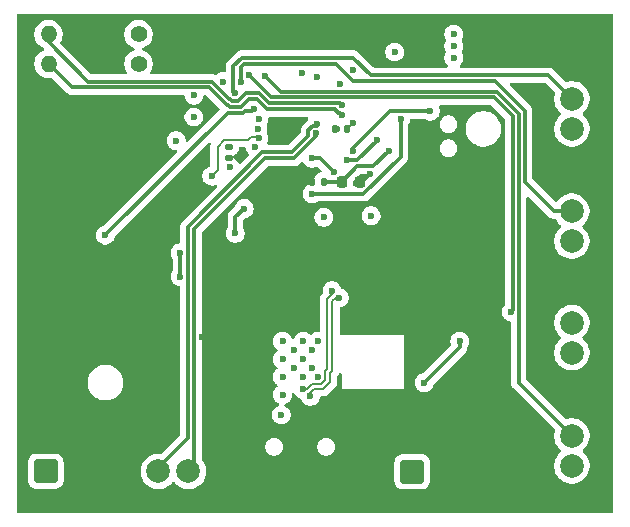
<source format=gbr>
%TF.GenerationSoftware,KiCad,Pcbnew,9.0.1*%
%TF.CreationDate,2025-10-26T21:15:07-04:00*%
%TF.ProjectId,Drone-Flight-Controller,44726f6e-652d-4466-9c69-6768742d436f,rev?*%
%TF.SameCoordinates,Original*%
%TF.FileFunction,Copper,L4,Bot*%
%TF.FilePolarity,Positive*%
%FSLAX46Y46*%
G04 Gerber Fmt 4.6, Leading zero omitted, Abs format (unit mm)*
G04 Created by KiCad (PCBNEW 9.0.1) date 2025-10-26 21:15:07*
%MOMM*%
%LPD*%
G01*
G04 APERTURE LIST*
G04 Aperture macros list*
%AMRoundRect*
0 Rectangle with rounded corners*
0 $1 Rounding radius*
0 $2 $3 $4 $5 $6 $7 $8 $9 X,Y pos of 4 corners*
0 Add a 4 corners polygon primitive as box body*
4,1,4,$2,$3,$4,$5,$6,$7,$8,$9,$2,$3,0*
0 Add four circle primitives for the rounded corners*
1,1,$1+$1,$2,$3*
1,1,$1+$1,$4,$5*
1,1,$1+$1,$6,$7*
1,1,$1+$1,$8,$9*
0 Add four rect primitives between the rounded corners*
20,1,$1+$1,$2,$3,$4,$5,0*
20,1,$1+$1,$4,$5,$6,$7,0*
20,1,$1+$1,$6,$7,$8,$9,0*
20,1,$1+$1,$8,$9,$2,$3,0*%
G04 Aperture macros list end*
%TA.AperFunction,SMDPad,CuDef*%
%ADD10RoundRect,0.135000X0.135000X0.185000X-0.135000X0.185000X-0.135000X-0.185000X0.135000X-0.185000X0*%
%TD*%
%TA.AperFunction,ComponentPad*%
%ADD11RoundRect,0.250000X-0.750000X-0.750000X0.750000X-0.750000X0.750000X0.750000X-0.750000X0.750000X0*%
%TD*%
%TA.AperFunction,ComponentPad*%
%ADD12C,2.000000*%
%TD*%
%TA.AperFunction,ComponentPad*%
%ADD13RoundRect,0.250000X0.750000X-0.750000X0.750000X0.750000X-0.750000X0.750000X-0.750000X-0.750000X0*%
%TD*%
%TA.AperFunction,ComponentPad*%
%ADD14C,1.400000*%
%TD*%
%TA.AperFunction,ComponentPad*%
%ADD15O,1.400000X1.400000*%
%TD*%
%TA.AperFunction,SMDPad,CuDef*%
%ADD16RoundRect,0.140000X0.170000X-0.140000X0.170000X0.140000X-0.170000X0.140000X-0.170000X-0.140000X0*%
%TD*%
%TA.AperFunction,SMDPad,CuDef*%
%ADD17RoundRect,0.225000X-0.225000X-0.250000X0.225000X-0.250000X0.225000X0.250000X-0.225000X0.250000X0*%
%TD*%
%TA.AperFunction,SMDPad,CuDef*%
%ADD18RoundRect,0.140000X0.140000X0.170000X-0.140000X0.170000X-0.140000X-0.170000X0.140000X-0.170000X0*%
%TD*%
%TA.AperFunction,ViaPad*%
%ADD19C,0.600000*%
%TD*%
%TA.AperFunction,Conductor*%
%ADD20C,0.300000*%
%TD*%
%TA.AperFunction,Conductor*%
%ADD21C,0.200000*%
%TD*%
G04 APERTURE END LIST*
D10*
%TO.P,R10,1*%
%TO.N,+3.3V*%
X45500000Y-41000000D03*
%TO.P,R10,2*%
%TO.N,BOOT0*%
X44480000Y-41000000D03*
%TD*%
D11*
%TO.P,J7,1,Pin_1*%
%TO.N,+5V*%
X19960000Y-70000000D03*
D12*
%TO.P,J7,2,Pin_2*%
%TO.N,GND*%
X22500000Y-70000000D03*
%TD*%
D13*
%TO.P,J3,1,Pin_1*%
%TO.N,GND*%
X64500000Y-72080000D03*
D12*
%TO.P,J3,2,Pin_2*%
%TO.N,+5V*%
X64500000Y-69540000D03*
%TO.P,J3,3,Pin_3*%
%TO.N,PWM_0*%
X64500000Y-67000000D03*
%TD*%
D14*
%TO.P,R9,1*%
%TO.N,+3.3V*%
X27810000Y-33000000D03*
D15*
%TO.P,R9,2*%
%TO.N,IMU_SDA*%
X20190000Y-33000000D03*
%TD*%
D13*
%TO.P,J4,1,Pin_1*%
%TO.N,GND*%
X64500000Y-62500000D03*
D12*
%TO.P,J4,2,Pin_2*%
%TO.N,+5V*%
X64500000Y-59960000D03*
%TO.P,J4,3,Pin_3*%
%TO.N,PWM_1*%
X64500000Y-57420000D03*
%TD*%
D14*
%TO.P,R8,1*%
%TO.N,+3.3V*%
X27810000Y-35500000D03*
D15*
%TO.P,R8,2*%
%TO.N,IMU_SCL*%
X20190000Y-35500000D03*
%TD*%
D13*
%TO.P,J5,1,Pin_1*%
%TO.N,GND*%
X64500000Y-53045000D03*
D12*
%TO.P,J5,2,Pin_2*%
%TO.N,+5V*%
X64500000Y-50505000D03*
%TO.P,J5,3,Pin_3*%
%TO.N,PWM_2*%
X64500000Y-47965000D03*
%TD*%
D11*
%TO.P,J1,1,Pin_1*%
%TO.N,+12V*%
X50975000Y-70037500D03*
D12*
%TO.P,J1,2,Pin_2*%
%TO.N,GND*%
X53515000Y-70037500D03*
%TD*%
D13*
%TO.P,J6,1,Pin_1*%
%TO.N,GND*%
X64500000Y-43540000D03*
D12*
%TO.P,J6,2,Pin_2*%
%TO.N,+5V*%
X64500000Y-41000000D03*
%TO.P,J6,3,Pin_3*%
%TO.N,PWM_3*%
X64500000Y-38460000D03*
%TD*%
D11*
%TO.P,J8,1,Pin_1*%
%TO.N,GND*%
X26955000Y-70000000D03*
D12*
%TO.P,J8,2,Pin_2*%
%TO.N,UART_RX*%
X29495000Y-70000000D03*
%TO.P,J8,3,Pin_3*%
%TO.N,UART_TX*%
X32035000Y-70000000D03*
%TD*%
D16*
%TO.P,C5,1*%
%TO.N,GND*%
X35500000Y-43480000D03*
%TO.P,C5,2*%
%TO.N,Net-(U3-VCAP1)*%
X35500000Y-42520000D03*
%TD*%
D17*
%TO.P,C8,1*%
%TO.N,+3.3V*%
X45000000Y-45500000D03*
%TO.P,C8,2*%
%TO.N,GND*%
X46550000Y-45500000D03*
%TD*%
D18*
%TO.P,C14,1*%
%TO.N,+3.3V*%
X43480000Y-45500000D03*
%TO.P,C14,2*%
%TO.N,GND*%
X42520000Y-45500000D03*
%TD*%
D19*
%TO.N,GND*%
X40250000Y-40937500D03*
X62500000Y-49500000D03*
X60000000Y-37500000D03*
X32000000Y-32500000D03*
X18000000Y-32000000D03*
X19000000Y-47000000D03*
X19000000Y-58000000D03*
X30500000Y-64000000D03*
X55000000Y-51500000D03*
X58000000Y-58000000D03*
X48500000Y-56500000D03*
X49000000Y-54500000D03*
X50000000Y-46500000D03*
X57500000Y-45500000D03*
X52500000Y-34500000D03*
X47500000Y-32000000D03*
X56500000Y-58000000D03*
%TO.N,PWM_1*%
X59350000Y-56500000D03*
%TO.N,+3.3V*%
X54500000Y-35000000D03*
%TO.N,+5V*%
X54500000Y-34000000D03*
%TO.N,LED_STATUS*%
X41687238Y-36236500D03*
X54500000Y-33000000D03*
%TO.N,+3.3V*%
X46000000Y-40500000D03*
%TO.N,BOOT0*%
X44582210Y-40982448D03*
%TO.N,GND*%
X35497067Y-43462424D03*
%TO.N,Net-(U3-PC13)*%
X49500000Y-34500000D03*
X42884658Y-36589685D03*
%TO.N,Net-(U3-PB0)*%
X32500000Y-38150000D03*
X37999998Y-40210418D03*
%TO.N,Net-(U3-PB1)*%
X37899899Y-41004133D03*
X32500000Y-40000000D03*
%TO.N,Net-(U3-PB10)*%
X31000000Y-42000000D03*
X37695175Y-42537500D03*
%TO.N,Net-(U3-PB2)*%
X38000001Y-41797848D03*
X34000000Y-45000000D03*
%TO.N,Net-(U3-PA15)*%
X42498968Y-43487500D03*
X44358398Y-44656414D03*
%TO.N,+3.3V*%
X31350000Y-51500000D03*
X31350000Y-53512500D03*
%TO.N,+12V*%
X52000000Y-62500000D03*
X55000000Y-59000000D03*
%TO.N,+3.3V*%
X35559329Y-44260000D03*
X35000000Y-37000000D03*
X44886779Y-37198000D03*
%TO.N,GND*%
X47370607Y-44815403D03*
%TO.N,+3.3V*%
X43500000Y-48500000D03*
%TO.N,SWCLK*%
X47969184Y-41968072D03*
%TO.N,SWDIO*%
X50000000Y-40150000D03*
%TO.N,GND*%
X29500000Y-56000000D03*
%TO.N,BATVOLTAGE_SCL*%
X36750000Y-47750000D03*
X36000000Y-49850000D03*
%TO.N,GND*%
X21000000Y-47500000D03*
%TO.N,BAROMETER_SCK*%
X25000000Y-50000000D03*
X37597521Y-39300999D03*
%TO.N,GND*%
X47500000Y-50637500D03*
%TO.N,+5V*%
X47500000Y-48362500D03*
%TO.N,USB_CONN_D-*%
X41751021Y-63050008D03*
%TO.N,USB_CONN_D+*%
X42352063Y-63651050D03*
%TO.N,USB_CONN_D-*%
X44199479Y-54699479D03*
%TO.N,USB_CONN_D+*%
X44800521Y-55300521D03*
%TO.N,UART_RX*%
X42891886Y-40558147D03*
%TO.N,UART_TX*%
X42848644Y-41393272D03*
%TO.N,GND*%
X51112500Y-58120000D03*
X34500000Y-62000000D03*
X33200000Y-58650000D03*
X20500000Y-40000000D03*
X29500000Y-40500000D03*
X29500000Y-43500000D03*
X24500000Y-38500000D03*
X21500000Y-38500000D03*
%TO.N,IMU_SCL*%
X45002764Y-39809031D03*
%TO.N,IMU_SDA*%
X45000000Y-39000000D03*
%TO.N,SWDIO*%
X42500000Y-46500000D03*
%TO.N,SWO*%
X46000000Y-42837500D03*
X52500000Y-39500000D03*
%TO.N,SWCLK*%
X45495020Y-43664403D03*
%TO.N,GND*%
X46000000Y-36000000D03*
%TO.N,+5V*%
X39900000Y-65225000D03*
%TO.N,GND*%
X43100000Y-65225000D03*
%TO.N,PWM_3*%
X36000000Y-38000000D03*
%TO.N,PWM_2*%
X36500000Y-37000000D03*
%TO.N,PWM_1*%
X37150000Y-36434313D03*
%TO.N,PWM_0*%
X38500000Y-36500000D03*
%TO.N,GND*%
X27000000Y-54025000D03*
X42520000Y-45500000D03*
X24978500Y-48478500D03*
%TO.N,+3.3V*%
X43480000Y-45500000D03*
%TO.N,+5V*%
X42500000Y-59750000D03*
X41750000Y-60500000D03*
X41000000Y-59750000D03*
X40000000Y-60500000D03*
X41750000Y-59000000D03*
X40000000Y-62000000D03*
X40000000Y-63500000D03*
X43000000Y-62000000D03*
X41750000Y-62000000D03*
X42500000Y-61250000D03*
X43000000Y-59000000D03*
X40000000Y-59000000D03*
X41000000Y-61250000D03*
%TO.N,Net-(U3-VCAP1)*%
X35500000Y-42520000D03*
%TO.N,+3.3V*%
X49000000Y-42850000D03*
%TD*%
D20*
%TO.N,PWM_1*%
X59500000Y-56350000D02*
X59350000Y-56500000D01*
X59500000Y-42000000D02*
X59500000Y-56350000D01*
X59500000Y-39917040D02*
X59500000Y-42000000D01*
X57931960Y-38349000D02*
X58291480Y-38708520D01*
X58291480Y-38708520D02*
X59500000Y-39917040D01*
X56000000Y-38349000D02*
X57931960Y-38349000D01*
%TO.N,PWM_0*%
X60000000Y-62500000D02*
X64500000Y-67000000D01*
X58139480Y-37848000D02*
X60000000Y-39708520D01*
X60000000Y-39708520D02*
X60000000Y-62500000D01*
X38500000Y-36500000D02*
X39848000Y-37848000D01*
X39848000Y-37848000D02*
X58139480Y-37848000D01*
%TO.N,PWM_2*%
X62965000Y-47965000D02*
X64500000Y-47965000D01*
X60500000Y-45500000D02*
X62965000Y-47965000D01*
X60500000Y-39500000D02*
X60500000Y-45500000D01*
X57965000Y-36965000D02*
X60500000Y-39500000D01*
X45965000Y-36965000D02*
X57965000Y-36965000D01*
X42270654Y-35500000D02*
X42271654Y-35501000D01*
X42271654Y-35501000D02*
X44501000Y-35501000D01*
X41728346Y-35501000D02*
X41729346Y-35500000D01*
X44501000Y-35501000D02*
X45965000Y-36965000D01*
X36747193Y-35501000D02*
X41728346Y-35501000D01*
X36500000Y-35748193D02*
X36747193Y-35501000D01*
X41729346Y-35500000D02*
X42270654Y-35500000D01*
X36500000Y-37000000D02*
X36500000Y-35748193D01*
%TO.N,PWM_3*%
X46000000Y-35000000D02*
X47464000Y-36464000D01*
X35849000Y-35690673D02*
X36539673Y-35000000D01*
X47464000Y-36464000D02*
X62504000Y-36464000D01*
X35849000Y-37849000D02*
X35849000Y-35690673D01*
X62504000Y-36464000D02*
X64500000Y-38460000D01*
X36000000Y-38000000D02*
X35849000Y-37849000D01*
X36539673Y-35000000D02*
X46000000Y-35000000D01*
%TO.N,PWM_1*%
X39064687Y-38349000D02*
X56000000Y-38349000D01*
D21*
%TO.N,+3.3V*%
X45500000Y-41000000D02*
X46000000Y-40500000D01*
%TO.N,GND*%
X35500000Y-43465357D02*
X35497067Y-43462424D01*
X35500000Y-43480000D02*
X35500000Y-43465357D01*
D20*
%TO.N,BAROMETER_SCK*%
X35347000Y-39653000D02*
X25000000Y-50000000D01*
X36837695Y-39500000D02*
X36684694Y-39653000D01*
X37398520Y-39500000D02*
X36837695Y-39500000D01*
X37597521Y-39300999D02*
X37398520Y-39500000D01*
X36684694Y-39653000D02*
X35347000Y-39653000D01*
%TO.N,IMU_SCL*%
X22190000Y-37500000D02*
X20190000Y-35500000D01*
X33791478Y-37500000D02*
X22190000Y-37500000D01*
X35292477Y-39001000D02*
X33791478Y-37500000D01*
X35371826Y-39001000D02*
X35292477Y-39001000D01*
X35522825Y-39152000D02*
X35371826Y-39001000D01*
X38649645Y-39351000D02*
X37798645Y-38500000D01*
X44430346Y-39351000D02*
X38649645Y-39351000D01*
X36477174Y-39152000D02*
X35522825Y-39152000D01*
X44730346Y-39651000D02*
X44430346Y-39351000D01*
X37798645Y-38500000D02*
X37129174Y-38500000D01*
X44844733Y-39651000D02*
X44730346Y-39651000D01*
X37129174Y-38500000D02*
X36477174Y-39152000D01*
X45002764Y-39809031D02*
X44844733Y-39651000D01*
%TO.N,IMU_SDA*%
X20190000Y-33690000D02*
X20190000Y-33000000D01*
X23499000Y-36999000D02*
X20190000Y-33690000D01*
X33998998Y-36999000D02*
X23499000Y-36999000D01*
X35499998Y-38500000D02*
X33998998Y-36999000D01*
X35579346Y-38500000D02*
X35499998Y-38500000D01*
X35730346Y-38651000D02*
X35579346Y-38500000D01*
X36269654Y-38651000D02*
X35730346Y-38651000D01*
X36920654Y-38000000D02*
X36269654Y-38651000D01*
X38007166Y-38000000D02*
X36920654Y-38000000D01*
X45000000Y-39000000D02*
X44850000Y-38850000D01*
X44850000Y-38850000D02*
X38857166Y-38850000D01*
X38857166Y-38850000D02*
X38007166Y-38000000D01*
D21*
%TO.N,Net-(U3-PB2)*%
X34500000Y-44500000D02*
X34000000Y-45000000D01*
X34500000Y-42500000D02*
X34500000Y-44500000D01*
X37310665Y-41687500D02*
X37079165Y-41919000D01*
X37955567Y-41687500D02*
X37310665Y-41687500D01*
X38000001Y-41731934D02*
X37955567Y-41687500D01*
X35081000Y-41919000D02*
X34500000Y-42500000D01*
X38000001Y-41797848D02*
X38000001Y-41731934D01*
X37079165Y-41919000D02*
X35081000Y-41919000D01*
D20*
%TO.N,BATVOLTAGE_SCL*%
X36750000Y-47750000D02*
X36000000Y-48500000D01*
X36000000Y-48500000D02*
X36000000Y-49850000D01*
%TO.N,Net-(U3-PA15)*%
X42498968Y-43487500D02*
X43189484Y-43487500D01*
X43189484Y-43487500D02*
X44358398Y-44656414D01*
%TO.N,+3.3V*%
X31350000Y-51500000D02*
X31350000Y-53512500D01*
%TO.N,+12V*%
X55000000Y-59500000D02*
X52000000Y-62500000D01*
X55000000Y-59000000D02*
X55000000Y-59500000D01*
%TO.N,GND*%
X46686010Y-45500000D02*
X47370607Y-44815403D01*
X46550000Y-45500000D02*
X46686010Y-45500000D01*
%TO.N,SWDIO*%
X50000000Y-40150000D02*
X50000000Y-43345822D01*
X50000000Y-43345822D02*
X46845822Y-46500000D01*
X46845822Y-46500000D02*
X42500000Y-46500000D01*
D21*
%TO.N,USB_CONN_D-*%
X43775000Y-61308872D02*
X43775000Y-55406801D01*
X43601000Y-62248943D02*
X43601000Y-61482872D01*
X43248943Y-62601000D02*
X43601000Y-62248943D01*
X42482872Y-62601000D02*
X43248943Y-62601000D01*
X42033864Y-63050008D02*
X42482872Y-62601000D01*
%TO.N,USB_CONN_D+*%
X44225000Y-61495270D02*
X44225000Y-55593199D01*
X44050980Y-62435331D02*
X44050980Y-61669290D01*
%TO.N,USB_CONN_D-*%
X43601000Y-61482872D02*
X43775000Y-61308872D01*
%TO.N,USB_CONN_D+*%
X43435331Y-63050980D02*
X44050980Y-62435331D01*
X42669290Y-63050980D02*
X43435331Y-63050980D01*
%TO.N,USB_CONN_D-*%
X41751021Y-63050008D02*
X42033864Y-63050008D01*
%TO.N,USB_CONN_D+*%
X42352063Y-63368207D02*
X42669290Y-63050980D01*
X44050980Y-61669290D02*
X44225000Y-61495270D01*
X42352063Y-63651050D02*
X42352063Y-63368207D01*
D20*
%TO.N,UART_RX*%
X32000000Y-67212500D02*
X29495000Y-69717500D01*
X38292479Y-42999000D02*
X32000000Y-49291480D01*
X40792480Y-42999000D02*
X38292479Y-42999000D01*
X42197644Y-41593836D02*
X40792480Y-42999000D01*
X42197644Y-41123618D02*
X42197644Y-41593836D01*
X42578990Y-40742272D02*
X42197644Y-41123618D01*
X42891886Y-40742272D02*
X42578990Y-40742272D01*
X32000000Y-49291480D02*
X32000000Y-67212500D01*
X42891886Y-40558147D02*
X42891886Y-40742272D01*
%TO.N,UART_TX*%
X38500000Y-43500000D02*
X41000000Y-43500000D01*
X42848644Y-41651356D02*
X42848644Y-41393272D01*
X32500000Y-49500000D02*
X38500000Y-43500000D01*
X41000000Y-43500000D02*
X42848644Y-41651356D01*
X32035000Y-69717500D02*
X32500000Y-69252500D01*
X32500000Y-69252500D02*
X32500000Y-49500000D01*
%TO.N,PWM_1*%
X37150000Y-36434313D02*
X39064687Y-38349000D01*
%TO.N,SWO*%
X46000000Y-42618920D02*
X49118920Y-39500000D01*
X49118920Y-39500000D02*
X52500000Y-39500000D01*
X46000000Y-42837500D02*
X46000000Y-42618920D01*
%TO.N,SWCLK*%
X48063700Y-41936300D02*
X46335597Y-43664403D01*
X46335597Y-43664403D02*
X45495020Y-43664403D01*
%TO.N,+3.3V*%
X43480000Y-45500000D02*
X45000000Y-45500000D01*
D21*
%TO.N,USB_CONN_D-*%
X44199479Y-54982322D02*
X43775000Y-55406801D01*
X44199479Y-54699479D02*
X44199479Y-54982322D01*
%TO.N,USB_CONN_D+*%
X44517678Y-55300521D02*
X44225000Y-55593199D01*
X44800521Y-55300521D02*
X44517678Y-55300521D01*
D20*
%TO.N,+3.3V*%
X49000000Y-42850000D02*
X47684597Y-44165403D01*
X47684597Y-44165403D02*
X46334597Y-44165403D01*
X46334597Y-44165403D02*
X45000000Y-45500000D01*
%TD*%
%TA.AperFunction,Conductor*%
%TO.N,GND*%
G36*
X47377650Y-44835588D02*
G01*
X47423405Y-44888392D01*
X47433349Y-44957550D01*
X47404324Y-45021106D01*
X47398292Y-45027584D01*
X46612695Y-45813181D01*
X46551372Y-45846666D01*
X46525014Y-45849500D01*
X46074500Y-45849500D01*
X46065814Y-45846949D01*
X46056854Y-45848238D01*
X46032815Y-45837259D01*
X46007461Y-45829815D01*
X46001533Y-45822973D01*
X45993298Y-45819213D01*
X45979010Y-45796980D01*
X45961706Y-45777011D01*
X45959418Y-45766496D01*
X45955523Y-45760435D01*
X45950500Y-45725501D01*
X45950499Y-45520808D01*
X45970183Y-45453768D01*
X45986813Y-45433131D01*
X46567723Y-44852222D01*
X46629046Y-44818737D01*
X46655404Y-44815903D01*
X47310611Y-44815903D01*
X47377650Y-44835588D01*
G37*
%TD.AperFunction*%
%TA.AperFunction,Conductor*%
G36*
X36840686Y-42539185D02*
G01*
X36886441Y-42591989D01*
X36895264Y-42619308D01*
X36925436Y-42770991D01*
X36925439Y-42771001D01*
X36985777Y-42916672D01*
X36985784Y-42916685D01*
X37073385Y-43047788D01*
X37073388Y-43047792D01*
X37110882Y-43085285D01*
X37144368Y-43146607D01*
X37139384Y-43216299D01*
X37110883Y-43260648D01*
X36464272Y-43907259D01*
X36402949Y-43940744D01*
X36333257Y-43935760D01*
X36277324Y-43893888D01*
X36272194Y-43885828D01*
X36272108Y-43885886D01*
X36181118Y-43749711D01*
X36181115Y-43749707D01*
X36069621Y-43638213D01*
X36069617Y-43638210D01*
X35938514Y-43550609D01*
X35938501Y-43550602D01*
X35836727Y-43508447D01*
X35782323Y-43464607D01*
X35760258Y-43398313D01*
X35777537Y-43330613D01*
X35828674Y-43283002D01*
X35849574Y-43274812D01*
X35926395Y-43252494D01*
X36065687Y-43170117D01*
X36180117Y-43055687D01*
X36262494Y-42916395D01*
X36307643Y-42760993D01*
X36310500Y-42724690D01*
X36310500Y-42643500D01*
X36330185Y-42576461D01*
X36382989Y-42530706D01*
X36434500Y-42519500D01*
X36773647Y-42519500D01*
X36840686Y-42539185D01*
G37*
%TD.AperFunction*%
%TA.AperFunction,Conductor*%
G36*
X42101997Y-40010757D02*
G01*
X42133828Y-40018909D01*
X42135356Y-40020553D01*
X42137508Y-40021185D01*
X42159014Y-40046004D01*
X42181397Y-40070084D01*
X42181793Y-40072293D01*
X42183263Y-40073989D01*
X42187938Y-40106508D01*
X42193748Y-40138853D01*
X42193006Y-40141749D01*
X42193207Y-40143147D01*
X42190645Y-40150966D01*
X42184992Y-40173044D01*
X42182599Y-40178807D01*
X42182492Y-40178968D01*
X42164264Y-40222971D01*
X42163709Y-40224310D01*
X42136867Y-40264447D01*
X41692368Y-40708946D01*
X41647898Y-40775502D01*
X41621179Y-40815490D01*
X41572143Y-40933873D01*
X41572141Y-40933879D01*
X41547144Y-41059546D01*
X41547144Y-41273028D01*
X41527459Y-41340067D01*
X41510825Y-41360709D01*
X40559353Y-42312181D01*
X40498030Y-42345666D01*
X40471672Y-42348500D01*
X38823948Y-42348500D01*
X38756909Y-42328815D01*
X38711154Y-42276011D01*
X38701210Y-42206853D01*
X38709387Y-42177048D01*
X38755373Y-42066026D01*
X38769738Y-42031345D01*
X38800501Y-41876690D01*
X38800501Y-41719006D01*
X38800501Y-41719003D01*
X38800500Y-41719001D01*
X38794956Y-41691130D01*
X38769738Y-41564351D01*
X38741106Y-41495227D01*
X38709398Y-41418675D01*
X38709394Y-41418668D01*
X38682363Y-41378213D01*
X38675381Y-41367764D01*
X38654504Y-41301088D01*
X38663924Y-41251419D01*
X38669636Y-41237630D01*
X38700399Y-41082975D01*
X38700399Y-40925291D01*
X38700399Y-40925288D01*
X38700398Y-40925286D01*
X38693220Y-40889200D01*
X38669636Y-40770636D01*
X38663920Y-40756838D01*
X38656453Y-40687370D01*
X38675382Y-40640496D01*
X38675746Y-40639951D01*
X38709392Y-40589597D01*
X38769735Y-40443915D01*
X38800498Y-40289260D01*
X38800498Y-40131576D01*
X38800498Y-40125500D01*
X38820183Y-40058461D01*
X38872987Y-40012706D01*
X38924498Y-40001500D01*
X42070469Y-40001500D01*
X42101997Y-40010757D01*
G37*
%TD.AperFunction*%
%TA.AperFunction,Conductor*%
G36*
X67942539Y-31270185D02*
G01*
X67988294Y-31322989D01*
X67999500Y-31374500D01*
X67999500Y-73375500D01*
X67979815Y-73442539D01*
X67927011Y-73488294D01*
X67875500Y-73499500D01*
X17624500Y-73499500D01*
X17557461Y-73479815D01*
X17511706Y-73427011D01*
X17500500Y-73375500D01*
X17500500Y-69199983D01*
X18459500Y-69199983D01*
X18459500Y-70800001D01*
X18459501Y-70800018D01*
X18470000Y-70902796D01*
X18470001Y-70902799D01*
X18494759Y-70977512D01*
X18525186Y-71069334D01*
X18617288Y-71218656D01*
X18741344Y-71342712D01*
X18890666Y-71434814D01*
X19057203Y-71489999D01*
X19159991Y-71500500D01*
X20760008Y-71500499D01*
X20862797Y-71489999D01*
X21029334Y-71434814D01*
X21178656Y-71342712D01*
X21302712Y-71218656D01*
X21394814Y-71069334D01*
X21449999Y-70902797D01*
X21460500Y-70800009D01*
X21460499Y-69199992D01*
X21459338Y-69188631D01*
X21449999Y-69097203D01*
X21449998Y-69097200D01*
X21394814Y-68930666D01*
X21302712Y-68781344D01*
X21178656Y-68657288D01*
X21029334Y-68565186D01*
X20862797Y-68510001D01*
X20862795Y-68510000D01*
X20760010Y-68499500D01*
X19159998Y-68499500D01*
X19159981Y-68499501D01*
X19057203Y-68510000D01*
X19057200Y-68510001D01*
X18890668Y-68565185D01*
X18890663Y-68565187D01*
X18741342Y-68657289D01*
X18617289Y-68781342D01*
X18525187Y-68930663D01*
X18525185Y-68930668D01*
X18512761Y-68968163D01*
X18470001Y-69097203D01*
X18470001Y-69097204D01*
X18470000Y-69097204D01*
X18459500Y-69199983D01*
X17500500Y-69199983D01*
X17500500Y-62381902D01*
X23499500Y-62381902D01*
X23499500Y-62618097D01*
X23536446Y-62851368D01*
X23609433Y-63075996D01*
X23677405Y-63209397D01*
X23716657Y-63286433D01*
X23855483Y-63477510D01*
X24022490Y-63644517D01*
X24213567Y-63783343D01*
X24285010Y-63819745D01*
X24424003Y-63890566D01*
X24424005Y-63890566D01*
X24424008Y-63890568D01*
X24544412Y-63929689D01*
X24648631Y-63963553D01*
X24881903Y-64000500D01*
X24881908Y-64000500D01*
X25118097Y-64000500D01*
X25351368Y-63963553D01*
X25575992Y-63890568D01*
X25786433Y-63783343D01*
X25977510Y-63644517D01*
X26144517Y-63477510D01*
X26283343Y-63286433D01*
X26390568Y-63075992D01*
X26463553Y-62851368D01*
X26473177Y-62790606D01*
X26500500Y-62618097D01*
X26500500Y-62381902D01*
X26463553Y-62148631D01*
X26390566Y-61924003D01*
X26310315Y-61766503D01*
X26283343Y-61713567D01*
X26144517Y-61522490D01*
X25977510Y-61355483D01*
X25786433Y-61216657D01*
X25754745Y-61200511D01*
X25575996Y-61109433D01*
X25351368Y-61036446D01*
X25118097Y-60999500D01*
X25118092Y-60999500D01*
X24881908Y-60999500D01*
X24881903Y-60999500D01*
X24648631Y-61036446D01*
X24424003Y-61109433D01*
X24213566Y-61216657D01*
X24111785Y-61290606D01*
X24022490Y-61355483D01*
X24022488Y-61355485D01*
X24022487Y-61355485D01*
X23855485Y-61522487D01*
X23855485Y-61522488D01*
X23855483Y-61522490D01*
X23806265Y-61590233D01*
X23716657Y-61713566D01*
X23609433Y-61924003D01*
X23536446Y-62148631D01*
X23499500Y-62381902D01*
X17500500Y-62381902D01*
X17500500Y-39921153D01*
X31699500Y-39921153D01*
X31699500Y-40078846D01*
X31730261Y-40233489D01*
X31730264Y-40233501D01*
X31790602Y-40379172D01*
X31790609Y-40379185D01*
X31878210Y-40510288D01*
X31878213Y-40510292D01*
X31989707Y-40621786D01*
X31989711Y-40621789D01*
X32120814Y-40709390D01*
X32120827Y-40709397D01*
X32235364Y-40756839D01*
X32266503Y-40769737D01*
X32421153Y-40800499D01*
X32421156Y-40800500D01*
X32421158Y-40800500D01*
X32578844Y-40800500D01*
X32578845Y-40800499D01*
X32733497Y-40769737D01*
X32879179Y-40709394D01*
X33010289Y-40621789D01*
X33121789Y-40510289D01*
X33209394Y-40379179D01*
X33269737Y-40233497D01*
X33300500Y-40078842D01*
X33300500Y-39921158D01*
X33300500Y-39921155D01*
X33300499Y-39921153D01*
X33287437Y-39855485D01*
X33269737Y-39766503D01*
X33269735Y-39766498D01*
X33209397Y-39620827D01*
X33209390Y-39620814D01*
X33121789Y-39489711D01*
X33121786Y-39489707D01*
X33010292Y-39378213D01*
X33010288Y-39378210D01*
X32879185Y-39290609D01*
X32879172Y-39290602D01*
X32733501Y-39230264D01*
X32733489Y-39230261D01*
X32578845Y-39199500D01*
X32578842Y-39199500D01*
X32421158Y-39199500D01*
X32421155Y-39199500D01*
X32266510Y-39230261D01*
X32266498Y-39230264D01*
X32120827Y-39290602D01*
X32120814Y-39290609D01*
X31989711Y-39378210D01*
X31989707Y-39378213D01*
X31878213Y-39489707D01*
X31878210Y-39489711D01*
X31790609Y-39620814D01*
X31790602Y-39620827D01*
X31730264Y-39766498D01*
X31730261Y-39766510D01*
X31699500Y-39921153D01*
X17500500Y-39921153D01*
X17500500Y-32905513D01*
X18989500Y-32905513D01*
X18989500Y-33094486D01*
X19019059Y-33281118D01*
X19077454Y-33460836D01*
X19132512Y-33568892D01*
X19163240Y-33629199D01*
X19274310Y-33782073D01*
X19407927Y-33915690D01*
X19509802Y-33989707D01*
X19560802Y-34026761D01*
X19601773Y-34047636D01*
X19640932Y-34067588D01*
X19673176Y-34091258D01*
X19681294Y-34099538D01*
X19684723Y-34104669D01*
X19766930Y-34186876D01*
X19767333Y-34187287D01*
X19783490Y-34217581D01*
X19799959Y-34247742D01*
X19799913Y-34248375D01*
X19800213Y-34248937D01*
X19797422Y-34283207D01*
X19794975Y-34317434D01*
X19794594Y-34317942D01*
X19794543Y-34318576D01*
X19773676Y-34345886D01*
X19753104Y-34373368D01*
X19752350Y-34373797D01*
X19752123Y-34374095D01*
X19751315Y-34374387D01*
X19733229Y-34384692D01*
X19733509Y-34385241D01*
X19560800Y-34473240D01*
X19520188Y-34502747D01*
X19407927Y-34584310D01*
X19407925Y-34584312D01*
X19407924Y-34584312D01*
X19274312Y-34717924D01*
X19274312Y-34717925D01*
X19274310Y-34717927D01*
X19262998Y-34733497D01*
X19163240Y-34870800D01*
X19077454Y-35039163D01*
X19019059Y-35218881D01*
X18989500Y-35405513D01*
X18989500Y-35594486D01*
X19019059Y-35781118D01*
X19077454Y-35960836D01*
X19135879Y-36075500D01*
X19163240Y-36129199D01*
X19274310Y-36282073D01*
X19407927Y-36415690D01*
X19560801Y-36526760D01*
X19595139Y-36544256D01*
X19729163Y-36612545D01*
X19729165Y-36612545D01*
X19729168Y-36612547D01*
X19825497Y-36643846D01*
X19908881Y-36670940D01*
X20095514Y-36700500D01*
X20095519Y-36700500D01*
X20284479Y-36700500D01*
X20284481Y-36700500D01*
X20382711Y-36684941D01*
X20452001Y-36693895D01*
X20489788Y-36719733D01*
X21684724Y-37914669D01*
X21733592Y-37963537D01*
X21775332Y-38005277D01*
X21881866Y-38076461D01*
X21881872Y-38076464D01*
X21881873Y-38076465D01*
X22000256Y-38125501D01*
X22000260Y-38125501D01*
X22000261Y-38125502D01*
X22125928Y-38150500D01*
X22125931Y-38150500D01*
X31582152Y-38150500D01*
X31649191Y-38170185D01*
X31694946Y-38222989D01*
X31703769Y-38250308D01*
X31730261Y-38383491D01*
X31730264Y-38383501D01*
X31790602Y-38529172D01*
X31790609Y-38529185D01*
X31878210Y-38660288D01*
X31878213Y-38660292D01*
X31989707Y-38771786D01*
X31989711Y-38771789D01*
X32120814Y-38859390D01*
X32120827Y-38859397D01*
X32266498Y-38919735D01*
X32266503Y-38919737D01*
X32421153Y-38950499D01*
X32421156Y-38950500D01*
X32421158Y-38950500D01*
X32578844Y-38950500D01*
X32578845Y-38950499D01*
X32733497Y-38919737D01*
X32879179Y-38859394D01*
X33010289Y-38771789D01*
X33121789Y-38660289D01*
X33209394Y-38529179D01*
X33269737Y-38383497D01*
X33278011Y-38341902D01*
X33296231Y-38250308D01*
X33310945Y-38222177D01*
X33324135Y-38193297D01*
X33327024Y-38191440D01*
X33328616Y-38188397D01*
X33356208Y-38172684D01*
X33382913Y-38155523D01*
X33387506Y-38154862D01*
X33389332Y-38153823D01*
X33417848Y-38150500D01*
X33470670Y-38150500D01*
X33537709Y-38170185D01*
X33558350Y-38186818D01*
X34638112Y-39266581D01*
X34671596Y-39327902D01*
X34666612Y-39397594D01*
X34638111Y-39441941D01*
X32012181Y-42067872D01*
X31950858Y-42101357D01*
X31881166Y-42096373D01*
X31825233Y-42054501D01*
X31800816Y-41989037D01*
X31800500Y-41980191D01*
X31800500Y-41921155D01*
X31800499Y-41921153D01*
X31794896Y-41892987D01*
X31769737Y-41766503D01*
X31751174Y-41721688D01*
X31709397Y-41620827D01*
X31709390Y-41620814D01*
X31621789Y-41489711D01*
X31621786Y-41489707D01*
X31510292Y-41378213D01*
X31510288Y-41378210D01*
X31379185Y-41290609D01*
X31379172Y-41290602D01*
X31233501Y-41230264D01*
X31233489Y-41230261D01*
X31078845Y-41199500D01*
X31078842Y-41199500D01*
X30921158Y-41199500D01*
X30921155Y-41199500D01*
X30766510Y-41230261D01*
X30766498Y-41230264D01*
X30620827Y-41290602D01*
X30620814Y-41290609D01*
X30489711Y-41378210D01*
X30489707Y-41378213D01*
X30378213Y-41489707D01*
X30378210Y-41489711D01*
X30290609Y-41620814D01*
X30290602Y-41620827D01*
X30230264Y-41766498D01*
X30230261Y-41766510D01*
X30199500Y-41921153D01*
X30199500Y-42078846D01*
X30230261Y-42233489D01*
X30230264Y-42233501D01*
X30290602Y-42379172D01*
X30290609Y-42379185D01*
X30378210Y-42510288D01*
X30378213Y-42510292D01*
X30489707Y-42621786D01*
X30489711Y-42621789D01*
X30620814Y-42709390D01*
X30620827Y-42709397D01*
X30766129Y-42769582D01*
X30766503Y-42769737D01*
X30921153Y-42800499D01*
X30921156Y-42800500D01*
X30980191Y-42800500D01*
X31047230Y-42820185D01*
X31092985Y-42872989D01*
X31102929Y-42942147D01*
X31073904Y-43005703D01*
X31067872Y-43012181D01*
X24897068Y-49182984D01*
X24835745Y-49216469D01*
X24833579Y-49216920D01*
X24766508Y-49230261D01*
X24766498Y-49230264D01*
X24620827Y-49290602D01*
X24620814Y-49290609D01*
X24489711Y-49378210D01*
X24489707Y-49378213D01*
X24378213Y-49489707D01*
X24378210Y-49489711D01*
X24290609Y-49620814D01*
X24290602Y-49620827D01*
X24230264Y-49766498D01*
X24230261Y-49766510D01*
X24199500Y-49921153D01*
X24199500Y-50078846D01*
X24230261Y-50233489D01*
X24230264Y-50233501D01*
X24290602Y-50379172D01*
X24290609Y-50379185D01*
X24378210Y-50510288D01*
X24378213Y-50510292D01*
X24489707Y-50621786D01*
X24489711Y-50621789D01*
X24620814Y-50709390D01*
X24620827Y-50709397D01*
X24766498Y-50769735D01*
X24766503Y-50769737D01*
X24921153Y-50800499D01*
X24921156Y-50800500D01*
X24921158Y-50800500D01*
X25078844Y-50800500D01*
X25078845Y-50800499D01*
X25233497Y-50769737D01*
X25379179Y-50709394D01*
X25510289Y-50621789D01*
X25621789Y-50510289D01*
X25709394Y-50379179D01*
X25769737Y-50233497D01*
X25783079Y-50166416D01*
X25815463Y-50104509D01*
X25816959Y-50102985D01*
X33718862Y-42201083D01*
X33780184Y-42167599D01*
X33849876Y-42172583D01*
X33905809Y-42214455D01*
X33930226Y-42279919D01*
X33926317Y-42320858D01*
X33899499Y-42420943D01*
X33899499Y-42589046D01*
X33899500Y-42589059D01*
X33899500Y-44102044D01*
X33879815Y-44169083D01*
X33827011Y-44214838D01*
X33799691Y-44223661D01*
X33766510Y-44230261D01*
X33766498Y-44230264D01*
X33620827Y-44290602D01*
X33620814Y-44290609D01*
X33489711Y-44378210D01*
X33489707Y-44378213D01*
X33378213Y-44489707D01*
X33378210Y-44489711D01*
X33290609Y-44620814D01*
X33290602Y-44620827D01*
X33230264Y-44766498D01*
X33230261Y-44766510D01*
X33199500Y-44921153D01*
X33199500Y-45078846D01*
X33230261Y-45233489D01*
X33230264Y-45233501D01*
X33290602Y-45379172D01*
X33290609Y-45379185D01*
X33378210Y-45510288D01*
X33378213Y-45510292D01*
X33489707Y-45621786D01*
X33489711Y-45621789D01*
X33620814Y-45709390D01*
X33620827Y-45709397D01*
X33758678Y-45766496D01*
X33766503Y-45769737D01*
X33903462Y-45796980D01*
X33921153Y-45800499D01*
X33921156Y-45800500D01*
X33921158Y-45800500D01*
X34078844Y-45800500D01*
X34078845Y-45800499D01*
X34233497Y-45769737D01*
X34286287Y-45747870D01*
X34355752Y-45740402D01*
X34418232Y-45771676D01*
X34453885Y-45831765D01*
X34451392Y-45901590D01*
X34421418Y-45950113D01*
X31494725Y-48876808D01*
X31494724Y-48876809D01*
X31473820Y-48908095D01*
X31453194Y-48938965D01*
X31438364Y-48961159D01*
X31423535Y-48983352D01*
X31423533Y-48983355D01*
X31374499Y-49101735D01*
X31374497Y-49101741D01*
X31349500Y-49227408D01*
X31349500Y-50582152D01*
X31329815Y-50649191D01*
X31277011Y-50694946D01*
X31249692Y-50703769D01*
X31116508Y-50730261D01*
X31116498Y-50730264D01*
X30970827Y-50790602D01*
X30970814Y-50790609D01*
X30839711Y-50878210D01*
X30839707Y-50878213D01*
X30728213Y-50989707D01*
X30728210Y-50989711D01*
X30640609Y-51120814D01*
X30640602Y-51120827D01*
X30580264Y-51266498D01*
X30580261Y-51266510D01*
X30549500Y-51421153D01*
X30549500Y-51578846D01*
X30580261Y-51733489D01*
X30580264Y-51733501D01*
X30640602Y-51879172D01*
X30640606Y-51879179D01*
X30678602Y-51936044D01*
X30699480Y-52002721D01*
X30699500Y-52004935D01*
X30699500Y-53007564D01*
X30679815Y-53074603D01*
X30678603Y-53076454D01*
X30640608Y-53133317D01*
X30640602Y-53133328D01*
X30580264Y-53278998D01*
X30580261Y-53279010D01*
X30549500Y-53433653D01*
X30549500Y-53591346D01*
X30580261Y-53745989D01*
X30580264Y-53746001D01*
X30640602Y-53891672D01*
X30640609Y-53891685D01*
X30728210Y-54022788D01*
X30728213Y-54022792D01*
X30839707Y-54134286D01*
X30839711Y-54134289D01*
X30970814Y-54221890D01*
X30970827Y-54221897D01*
X31116498Y-54282235D01*
X31116503Y-54282237D01*
X31226987Y-54304213D01*
X31249691Y-54308730D01*
X31311602Y-54341115D01*
X31346176Y-54401830D01*
X31349500Y-54430347D01*
X31349500Y-66891691D01*
X31329815Y-66958730D01*
X31313181Y-66979372D01*
X29813123Y-68479429D01*
X29751800Y-68512914D01*
X29706045Y-68514221D01*
X29613098Y-68499500D01*
X29613092Y-68499500D01*
X29376908Y-68499500D01*
X29376903Y-68499500D01*
X29143631Y-68536446D01*
X28919003Y-68609433D01*
X28708566Y-68716657D01*
X28619536Y-68781342D01*
X28517490Y-68855483D01*
X28517488Y-68855485D01*
X28517487Y-68855485D01*
X28350485Y-69022487D01*
X28350485Y-69022488D01*
X28350483Y-69022490D01*
X28296203Y-69097200D01*
X28211657Y-69213566D01*
X28104433Y-69424003D01*
X28031446Y-69648631D01*
X27994500Y-69881902D01*
X27994500Y-70118097D01*
X28031446Y-70351368D01*
X28104433Y-70575996D01*
X28159728Y-70684517D01*
X28211657Y-70786433D01*
X28350483Y-70977510D01*
X28517490Y-71144517D01*
X28708567Y-71283343D01*
X28807991Y-71334002D01*
X28919003Y-71390566D01*
X28919005Y-71390566D01*
X28919008Y-71390568D01*
X29039412Y-71429689D01*
X29143631Y-71463553D01*
X29376903Y-71500500D01*
X29376908Y-71500500D01*
X29613097Y-71500500D01*
X29846368Y-71463553D01*
X30070992Y-71390568D01*
X30281433Y-71283343D01*
X30472510Y-71144517D01*
X30639517Y-70977510D01*
X30664682Y-70942872D01*
X30720011Y-70900207D01*
X30789625Y-70894228D01*
X30851420Y-70926833D01*
X30865315Y-70942870D01*
X30890483Y-70977510D01*
X31057490Y-71144517D01*
X31248567Y-71283343D01*
X31347991Y-71334002D01*
X31459003Y-71390566D01*
X31459005Y-71390566D01*
X31459008Y-71390568D01*
X31579412Y-71429689D01*
X31683631Y-71463553D01*
X31916903Y-71500500D01*
X31916908Y-71500500D01*
X32153097Y-71500500D01*
X32386368Y-71463553D01*
X32610992Y-71390568D01*
X32821433Y-71283343D01*
X33012510Y-71144517D01*
X33179517Y-70977510D01*
X33318343Y-70786433D01*
X33425568Y-70575992D01*
X33498553Y-70351368D01*
X33502502Y-70326433D01*
X33535500Y-70118097D01*
X33535500Y-69881902D01*
X33498553Y-69648631D01*
X33425566Y-69424003D01*
X33357608Y-69290629D01*
X33330533Y-69237491D01*
X33330529Y-69237483D01*
X49474500Y-69237483D01*
X49474500Y-70837501D01*
X49474501Y-70837518D01*
X49485000Y-70940296D01*
X49485001Y-70940299D01*
X49505962Y-71003553D01*
X49540186Y-71106834D01*
X49632288Y-71256156D01*
X49756344Y-71380212D01*
X49905666Y-71472314D01*
X50072203Y-71527499D01*
X50174991Y-71538000D01*
X51775008Y-71537999D01*
X51877797Y-71527499D01*
X52044334Y-71472314D01*
X52193656Y-71380212D01*
X52317712Y-71256156D01*
X52409814Y-71106834D01*
X52464999Y-70940297D01*
X52475500Y-70837509D01*
X52475499Y-69237492D01*
X52464999Y-69134703D01*
X52409814Y-68968166D01*
X52317712Y-68818844D01*
X52193656Y-68694788D01*
X52044334Y-68602686D01*
X51877797Y-68547501D01*
X51877795Y-68547500D01*
X51775010Y-68537000D01*
X50174998Y-68537000D01*
X50174981Y-68537001D01*
X50072203Y-68547500D01*
X50072200Y-68547501D01*
X49905668Y-68602685D01*
X49905663Y-68602687D01*
X49756342Y-68694789D01*
X49632289Y-68818842D01*
X49540187Y-68968163D01*
X49540186Y-68968166D01*
X49485001Y-69134703D01*
X49485001Y-69134704D01*
X49485000Y-69134704D01*
X49474500Y-69237483D01*
X33330529Y-69237483D01*
X33318343Y-69213567D01*
X33179517Y-69022490D01*
X33179514Y-69022487D01*
X33176653Y-69018549D01*
X33177726Y-69017769D01*
X33151637Y-68959522D01*
X33150500Y-68942769D01*
X33150500Y-67998920D01*
X38549499Y-67998920D01*
X38578340Y-68143907D01*
X38578343Y-68143917D01*
X38634912Y-68280488D01*
X38634919Y-68280501D01*
X38717048Y-68403415D01*
X38717051Y-68403419D01*
X38821580Y-68507948D01*
X38821584Y-68507951D01*
X38944498Y-68590080D01*
X38944511Y-68590087D01*
X39081082Y-68646656D01*
X39081087Y-68646658D01*
X39081091Y-68646658D01*
X39081092Y-68646659D01*
X39226079Y-68675500D01*
X39226082Y-68675500D01*
X39373920Y-68675500D01*
X39471462Y-68656096D01*
X39518913Y-68646658D01*
X39655495Y-68590084D01*
X39778416Y-68507951D01*
X39882951Y-68403416D01*
X39965084Y-68280495D01*
X40021658Y-68143913D01*
X40050500Y-67998920D01*
X42949499Y-67998920D01*
X42978340Y-68143907D01*
X42978343Y-68143917D01*
X43034912Y-68280488D01*
X43034919Y-68280501D01*
X43117048Y-68403415D01*
X43117051Y-68403419D01*
X43221580Y-68507948D01*
X43221584Y-68507951D01*
X43344498Y-68590080D01*
X43344511Y-68590087D01*
X43481082Y-68646656D01*
X43481087Y-68646658D01*
X43481091Y-68646658D01*
X43481092Y-68646659D01*
X43626079Y-68675500D01*
X43626082Y-68675500D01*
X43773920Y-68675500D01*
X43871462Y-68656096D01*
X43918913Y-68646658D01*
X44055495Y-68590084D01*
X44178416Y-68507951D01*
X44282951Y-68403416D01*
X44365084Y-68280495D01*
X44421658Y-68143913D01*
X44450500Y-67998918D01*
X44450500Y-67851082D01*
X44450500Y-67851079D01*
X44421659Y-67706092D01*
X44421658Y-67706091D01*
X44421658Y-67706087D01*
X44367771Y-67575992D01*
X44365087Y-67569511D01*
X44365080Y-67569498D01*
X44282951Y-67446584D01*
X44282948Y-67446580D01*
X44178419Y-67342051D01*
X44178415Y-67342048D01*
X44055501Y-67259919D01*
X44055488Y-67259912D01*
X43918917Y-67203343D01*
X43918907Y-67203340D01*
X43773920Y-67174500D01*
X43773918Y-67174500D01*
X43626082Y-67174500D01*
X43626080Y-67174500D01*
X43481092Y-67203340D01*
X43481082Y-67203343D01*
X43344511Y-67259912D01*
X43344498Y-67259919D01*
X43221584Y-67342048D01*
X43221580Y-67342051D01*
X43117051Y-67446580D01*
X43117048Y-67446584D01*
X43034919Y-67569498D01*
X43034912Y-67569511D01*
X42978343Y-67706082D01*
X42978340Y-67706092D01*
X42949500Y-67851079D01*
X42949500Y-67851082D01*
X42949500Y-67998918D01*
X42949500Y-67998920D01*
X42949499Y-67998920D01*
X40050500Y-67998920D01*
X40050500Y-67998918D01*
X40050500Y-67851082D01*
X40050500Y-67851079D01*
X40021659Y-67706092D01*
X40021658Y-67706091D01*
X40021658Y-67706087D01*
X39967771Y-67575992D01*
X39965087Y-67569511D01*
X39965080Y-67569498D01*
X39882951Y-67446584D01*
X39882948Y-67446580D01*
X39778419Y-67342051D01*
X39778415Y-67342048D01*
X39655501Y-67259919D01*
X39655488Y-67259912D01*
X39518917Y-67203343D01*
X39518907Y-67203340D01*
X39373920Y-67174500D01*
X39373918Y-67174500D01*
X39226082Y-67174500D01*
X39226080Y-67174500D01*
X39081092Y-67203340D01*
X39081082Y-67203343D01*
X38944511Y-67259912D01*
X38944498Y-67259919D01*
X38821584Y-67342048D01*
X38821580Y-67342051D01*
X38717051Y-67446580D01*
X38717048Y-67446584D01*
X38634919Y-67569498D01*
X38634912Y-67569511D01*
X38578343Y-67706082D01*
X38578340Y-67706092D01*
X38549500Y-67851079D01*
X38549500Y-67851082D01*
X38549500Y-67998918D01*
X38549500Y-67998920D01*
X38549499Y-67998920D01*
X33150500Y-67998920D01*
X33150500Y-65146153D01*
X39099500Y-65146153D01*
X39099500Y-65303846D01*
X39130261Y-65458489D01*
X39130264Y-65458501D01*
X39190602Y-65604172D01*
X39190609Y-65604185D01*
X39278210Y-65735288D01*
X39278213Y-65735292D01*
X39389707Y-65846786D01*
X39389711Y-65846789D01*
X39520814Y-65934390D01*
X39520827Y-65934397D01*
X39666498Y-65994735D01*
X39666503Y-65994737D01*
X39806011Y-66022487D01*
X39821153Y-66025499D01*
X39821156Y-66025500D01*
X39821158Y-66025500D01*
X39978844Y-66025500D01*
X39978845Y-66025499D01*
X40133497Y-65994737D01*
X40279179Y-65934394D01*
X40410289Y-65846789D01*
X40521789Y-65735289D01*
X40609394Y-65604179D01*
X40669737Y-65458497D01*
X40700500Y-65303842D01*
X40700500Y-65146158D01*
X40700500Y-65146155D01*
X40700499Y-65146153D01*
X40669738Y-64991510D01*
X40669737Y-64991503D01*
X40669735Y-64991498D01*
X40609397Y-64845827D01*
X40609390Y-64845814D01*
X40521789Y-64714711D01*
X40521786Y-64714707D01*
X40410292Y-64603213D01*
X40410288Y-64603210D01*
X40279185Y-64515609D01*
X40279176Y-64515604D01*
X40236122Y-64497771D01*
X40181719Y-64453930D01*
X40159654Y-64387636D01*
X40176933Y-64319936D01*
X40228070Y-64272326D01*
X40236116Y-64268652D01*
X40286926Y-64247606D01*
X40379173Y-64209397D01*
X40379176Y-64209395D01*
X40379179Y-64209394D01*
X40510289Y-64121789D01*
X40621789Y-64010289D01*
X40709394Y-63879179D01*
X40769737Y-63733497D01*
X40800500Y-63578842D01*
X40800500Y-63470445D01*
X40820185Y-63403406D01*
X40872989Y-63357651D01*
X40942147Y-63347707D01*
X41005703Y-63376732D01*
X41039062Y-63422994D01*
X41041626Y-63429186D01*
X41041630Y-63429193D01*
X41129231Y-63560296D01*
X41129234Y-63560300D01*
X41240728Y-63671794D01*
X41240732Y-63671797D01*
X41371835Y-63759398D01*
X41371848Y-63759405D01*
X41515892Y-63819069D01*
X41570296Y-63862909D01*
X41583001Y-63886178D01*
X41642665Y-64030222D01*
X41642672Y-64030235D01*
X41730273Y-64161338D01*
X41730276Y-64161342D01*
X41841770Y-64272836D01*
X41841774Y-64272839D01*
X41972877Y-64360440D01*
X41972890Y-64360447D01*
X42118561Y-64420785D01*
X42118566Y-64420787D01*
X42273216Y-64451549D01*
X42273219Y-64451550D01*
X42273221Y-64451550D01*
X42430907Y-64451550D01*
X42430908Y-64451549D01*
X42585560Y-64420787D01*
X42731242Y-64360444D01*
X42862352Y-64272839D01*
X42973852Y-64161339D01*
X43061457Y-64030229D01*
X43121800Y-63884547D01*
X43126255Y-63862146D01*
X43148308Y-63751288D01*
X43163022Y-63723157D01*
X43176212Y-63694277D01*
X43179101Y-63692420D01*
X43180693Y-63689377D01*
X43208285Y-63673664D01*
X43234990Y-63656503D01*
X43239583Y-63655842D01*
X43241409Y-63654803D01*
X43269925Y-63651480D01*
X43348662Y-63651480D01*
X43348678Y-63651481D01*
X43356274Y-63651481D01*
X43514385Y-63651481D01*
X43514388Y-63651481D01*
X43667116Y-63610557D01*
X43747635Y-63564069D01*
X43754169Y-63560297D01*
X43804040Y-63531504D01*
X43804039Y-63531504D01*
X43804047Y-63531500D01*
X43915851Y-63419696D01*
X43915851Y-63419694D01*
X43926055Y-63409491D01*
X43926059Y-63409486D01*
X44419693Y-62915852D01*
X44419696Y-62915851D01*
X44531500Y-62804047D01*
X44581619Y-62717235D01*
X44610557Y-62667116D01*
X44651480Y-62514388D01*
X44651480Y-62356274D01*
X44651480Y-61969388D01*
X44671165Y-61902349D01*
X44671910Y-61901202D01*
X44678858Y-61890647D01*
X44705520Y-61863986D01*
X44770437Y-61751544D01*
X44772430Y-61748518D01*
X44796422Y-61728187D01*
X44819179Y-61706489D01*
X44822868Y-61705777D01*
X44825735Y-61703349D01*
X44856903Y-61699217D01*
X44887786Y-61693265D01*
X44891274Y-61694661D01*
X44894999Y-61694168D01*
X44923457Y-61707545D01*
X44952651Y-61719233D01*
X44954830Y-61722293D01*
X44958231Y-61723892D01*
X44974939Y-61750532D01*
X44993180Y-61776147D01*
X44993976Y-61780885D01*
X44995355Y-61783083D01*
X44995292Y-61788712D01*
X45000000Y-61816704D01*
X45000000Y-63000000D01*
X50250000Y-63000000D01*
X50250000Y-62421153D01*
X51199500Y-62421153D01*
X51199500Y-62578846D01*
X51230261Y-62733489D01*
X51230264Y-62733501D01*
X51290602Y-62879172D01*
X51290609Y-62879185D01*
X51378210Y-63010288D01*
X51378213Y-63010292D01*
X51489707Y-63121786D01*
X51489711Y-63121789D01*
X51620814Y-63209390D01*
X51620827Y-63209397D01*
X51758683Y-63266498D01*
X51766503Y-63269737D01*
X51921153Y-63300499D01*
X51921156Y-63300500D01*
X51921158Y-63300500D01*
X52078844Y-63300500D01*
X52078845Y-63300499D01*
X52233497Y-63269737D01*
X52379179Y-63209394D01*
X52510289Y-63121789D01*
X52621789Y-63010289D01*
X52709394Y-62879179D01*
X52769737Y-62733497D01*
X52783079Y-62666416D01*
X52815463Y-62604509D01*
X52816959Y-62602985D01*
X55505277Y-59914669D01*
X55576465Y-59808127D01*
X55608717Y-59730263D01*
X55625501Y-59689744D01*
X55634024Y-59646898D01*
X55650500Y-59564071D01*
X55650500Y-59504935D01*
X55670185Y-59437896D01*
X55671366Y-59436090D01*
X55709394Y-59379179D01*
X55769737Y-59233497D01*
X55800500Y-59078842D01*
X55800500Y-58921158D01*
X55800500Y-58921155D01*
X55800499Y-58921153D01*
X55774474Y-58790318D01*
X55769737Y-58766503D01*
X55763774Y-58752107D01*
X55709397Y-58620827D01*
X55709390Y-58620814D01*
X55621789Y-58489711D01*
X55621786Y-58489707D01*
X55510292Y-58378213D01*
X55510288Y-58378210D01*
X55379185Y-58290609D01*
X55379172Y-58290602D01*
X55233501Y-58230264D01*
X55233489Y-58230261D01*
X55078845Y-58199500D01*
X55078842Y-58199500D01*
X54921158Y-58199500D01*
X54921155Y-58199500D01*
X54766510Y-58230261D01*
X54766498Y-58230264D01*
X54620827Y-58290602D01*
X54620814Y-58290609D01*
X54489711Y-58378210D01*
X54489707Y-58378213D01*
X54378213Y-58489707D01*
X54378210Y-58489711D01*
X54290609Y-58620814D01*
X54290602Y-58620827D01*
X54230264Y-58766498D01*
X54230261Y-58766510D01*
X54199500Y-58921153D01*
X54199500Y-59078846D01*
X54230260Y-59233488D01*
X54230263Y-59233496D01*
X54232621Y-59239190D01*
X54240084Y-59308660D01*
X54208805Y-59371137D01*
X54205737Y-59374315D01*
X51897068Y-61682984D01*
X51835745Y-61716469D01*
X51833579Y-61716920D01*
X51766508Y-61730261D01*
X51766498Y-61730264D01*
X51620827Y-61790602D01*
X51620814Y-61790609D01*
X51489711Y-61878210D01*
X51489707Y-61878213D01*
X51378213Y-61989707D01*
X51378210Y-61989711D01*
X51290609Y-62120814D01*
X51290602Y-62120827D01*
X51230264Y-62266498D01*
X51230261Y-62266510D01*
X51199500Y-62421153D01*
X50250000Y-62421153D01*
X50250000Y-58500000D01*
X45000000Y-58500000D01*
X44949500Y-58500000D01*
X44882461Y-58480315D01*
X44836706Y-58427511D01*
X44825500Y-58376000D01*
X44825500Y-56213499D01*
X44845185Y-56146460D01*
X44897989Y-56100705D01*
X44925309Y-56091882D01*
X44961025Y-56084777D01*
X45034018Y-56070258D01*
X45179700Y-56009915D01*
X45310810Y-55922310D01*
X45422310Y-55810810D01*
X45509915Y-55679700D01*
X45570258Y-55534018D01*
X45601021Y-55379363D01*
X45601021Y-55221679D01*
X45601021Y-55221676D01*
X45601020Y-55221674D01*
X45591738Y-55175010D01*
X45570258Y-55067024D01*
X45511960Y-54926279D01*
X45509918Y-54921348D01*
X45509911Y-54921335D01*
X45422310Y-54790232D01*
X45422307Y-54790228D01*
X45310813Y-54678734D01*
X45310809Y-54678731D01*
X45179706Y-54591130D01*
X45179693Y-54591123D01*
X45035649Y-54531459D01*
X44981245Y-54487618D01*
X44968540Y-54464350D01*
X44908876Y-54320306D01*
X44908869Y-54320293D01*
X44821268Y-54189190D01*
X44821265Y-54189186D01*
X44709771Y-54077692D01*
X44709767Y-54077689D01*
X44578664Y-53990088D01*
X44578651Y-53990081D01*
X44432980Y-53929743D01*
X44432968Y-53929740D01*
X44278324Y-53898979D01*
X44278321Y-53898979D01*
X44120637Y-53898979D01*
X44120634Y-53898979D01*
X43965989Y-53929740D01*
X43965977Y-53929743D01*
X43820306Y-53990081D01*
X43820293Y-53990088D01*
X43689190Y-54077689D01*
X43689186Y-54077692D01*
X43577692Y-54189186D01*
X43577689Y-54189190D01*
X43490088Y-54320293D01*
X43490081Y-54320306D01*
X43429743Y-54465977D01*
X43429740Y-54465989D01*
X43398979Y-54620632D01*
X43398979Y-54778325D01*
X43411808Y-54842820D01*
X43411788Y-54843033D01*
X43411888Y-54843225D01*
X43408677Y-54877802D01*
X43405581Y-54912412D01*
X43405442Y-54912654D01*
X43405429Y-54912796D01*
X43404912Y-54913580D01*
X43387862Y-54943407D01*
X43383207Y-54949357D01*
X43294480Y-55038085D01*
X43244360Y-55124896D01*
X43240009Y-55132431D01*
X43240005Y-55132437D01*
X43215425Y-55175010D01*
X43215424Y-55175011D01*
X43215423Y-55175016D01*
X43174499Y-55327744D01*
X43174499Y-55327746D01*
X43174499Y-55495847D01*
X43174500Y-55495860D01*
X43174500Y-58075500D01*
X43154815Y-58142539D01*
X43102011Y-58188294D01*
X43050500Y-58199500D01*
X42921155Y-58199500D01*
X42766510Y-58230261D01*
X42766498Y-58230264D01*
X42620827Y-58290602D01*
X42620814Y-58290609D01*
X42489711Y-58378210D01*
X42489707Y-58378213D01*
X42462681Y-58405240D01*
X42401358Y-58438725D01*
X42331666Y-58433741D01*
X42287319Y-58405240D01*
X42260292Y-58378213D01*
X42260288Y-58378210D01*
X42129185Y-58290609D01*
X42129172Y-58290602D01*
X41983501Y-58230264D01*
X41983489Y-58230261D01*
X41828845Y-58199500D01*
X41828842Y-58199500D01*
X41671158Y-58199500D01*
X41671155Y-58199500D01*
X41516510Y-58230261D01*
X41516498Y-58230264D01*
X41370827Y-58290602D01*
X41370814Y-58290609D01*
X41239711Y-58378210D01*
X41239707Y-58378213D01*
X41128213Y-58489707D01*
X41128210Y-58489711D01*
X41040609Y-58620814D01*
X41040602Y-58620827D01*
X40989561Y-58744054D01*
X40945720Y-58798458D01*
X40879426Y-58820523D01*
X40811727Y-58803244D01*
X40764116Y-58752107D01*
X40760439Y-58744054D01*
X40709397Y-58620827D01*
X40709390Y-58620814D01*
X40621789Y-58489711D01*
X40621786Y-58489707D01*
X40510292Y-58378213D01*
X40510288Y-58378210D01*
X40379185Y-58290609D01*
X40379172Y-58290602D01*
X40233501Y-58230264D01*
X40233489Y-58230261D01*
X40078845Y-58199500D01*
X40078842Y-58199500D01*
X39921158Y-58199500D01*
X39921155Y-58199500D01*
X39766510Y-58230261D01*
X39766498Y-58230264D01*
X39620827Y-58290602D01*
X39620814Y-58290609D01*
X39489711Y-58378210D01*
X39489707Y-58378213D01*
X39378213Y-58489707D01*
X39378210Y-58489711D01*
X39290609Y-58620814D01*
X39290602Y-58620827D01*
X39230264Y-58766498D01*
X39230261Y-58766510D01*
X39199500Y-58921153D01*
X39199500Y-59078846D01*
X39230261Y-59233489D01*
X39230264Y-59233501D01*
X39290602Y-59379172D01*
X39290609Y-59379185D01*
X39378210Y-59510288D01*
X39378213Y-59510292D01*
X39489707Y-59621786D01*
X39527289Y-59646898D01*
X39572093Y-59700511D01*
X39580800Y-59769836D01*
X39550645Y-59832863D01*
X39527289Y-59853102D01*
X39489707Y-59878213D01*
X39378213Y-59989707D01*
X39378210Y-59989711D01*
X39290609Y-60120814D01*
X39290602Y-60120827D01*
X39230264Y-60266498D01*
X39230261Y-60266510D01*
X39199500Y-60421153D01*
X39199500Y-60578846D01*
X39230261Y-60733489D01*
X39230264Y-60733501D01*
X39290602Y-60879172D01*
X39290609Y-60879185D01*
X39378210Y-61010288D01*
X39378213Y-61010292D01*
X39489707Y-61121786D01*
X39527289Y-61146898D01*
X39572093Y-61200511D01*
X39580800Y-61269836D01*
X39550645Y-61332863D01*
X39527289Y-61353102D01*
X39489707Y-61378213D01*
X39378213Y-61489707D01*
X39378210Y-61489711D01*
X39290609Y-61620814D01*
X39290602Y-61620827D01*
X39230264Y-61766498D01*
X39230261Y-61766510D01*
X39199500Y-61921153D01*
X39199500Y-62078846D01*
X39230261Y-62233489D01*
X39230264Y-62233501D01*
X39290602Y-62379172D01*
X39290609Y-62379185D01*
X39378210Y-62510288D01*
X39378213Y-62510292D01*
X39489707Y-62621786D01*
X39489710Y-62621788D01*
X39489711Y-62621789D01*
X39501293Y-62629528D01*
X39527289Y-62646898D01*
X39572093Y-62700511D01*
X39580800Y-62769836D01*
X39550645Y-62832863D01*
X39527289Y-62853102D01*
X39489707Y-62878213D01*
X39378213Y-62989707D01*
X39378210Y-62989711D01*
X39290609Y-63120814D01*
X39290602Y-63120827D01*
X39230264Y-63266498D01*
X39230261Y-63266510D01*
X39199500Y-63421153D01*
X39199500Y-63578846D01*
X39230261Y-63733489D01*
X39230264Y-63733501D01*
X39290602Y-63879172D01*
X39290609Y-63879185D01*
X39378210Y-64010288D01*
X39378213Y-64010292D01*
X39489707Y-64121786D01*
X39489711Y-64121789D01*
X39620814Y-64209390D01*
X39620818Y-64209392D01*
X39620821Y-64209394D01*
X39663878Y-64227228D01*
X39718279Y-64271068D01*
X39740345Y-64337362D01*
X39723066Y-64405061D01*
X39671930Y-64452672D01*
X39663877Y-64456350D01*
X39520823Y-64515604D01*
X39520814Y-64515609D01*
X39389711Y-64603210D01*
X39389707Y-64603213D01*
X39278213Y-64714707D01*
X39278210Y-64714711D01*
X39190609Y-64845814D01*
X39190602Y-64845827D01*
X39130264Y-64991498D01*
X39130261Y-64991510D01*
X39099500Y-65146153D01*
X33150500Y-65146153D01*
X33150500Y-49820808D01*
X33159144Y-49791367D01*
X33163542Y-49771153D01*
X35199500Y-49771153D01*
X35199500Y-49928846D01*
X35230261Y-50083489D01*
X35230264Y-50083501D01*
X35290602Y-50229172D01*
X35290609Y-50229185D01*
X35378210Y-50360288D01*
X35378213Y-50360292D01*
X35489707Y-50471786D01*
X35489711Y-50471789D01*
X35620814Y-50559390D01*
X35620827Y-50559397D01*
X35766498Y-50619735D01*
X35766503Y-50619737D01*
X35914577Y-50649191D01*
X35921153Y-50650499D01*
X35921156Y-50650500D01*
X35921158Y-50650500D01*
X36078844Y-50650500D01*
X36078845Y-50650499D01*
X36233497Y-50619737D01*
X36379179Y-50559394D01*
X36510289Y-50471789D01*
X36621789Y-50360289D01*
X36709394Y-50229179D01*
X36769737Y-50083497D01*
X36800500Y-49928842D01*
X36800500Y-49771158D01*
X36800500Y-49771155D01*
X36800499Y-49771153D01*
X36770596Y-49620821D01*
X36769737Y-49616503D01*
X36732866Y-49527487D01*
X36709397Y-49470828D01*
X36709396Y-49470827D01*
X36709394Y-49470821D01*
X36671396Y-49413953D01*
X36650520Y-49347276D01*
X36650500Y-49345064D01*
X36650500Y-48820806D01*
X36659144Y-48791365D01*
X36665668Y-48761379D01*
X36669422Y-48756363D01*
X36670185Y-48753767D01*
X36686810Y-48733134D01*
X36852931Y-48567012D01*
X36914251Y-48533530D01*
X36916330Y-48533096D01*
X36983497Y-48519737D01*
X37129179Y-48459394D01*
X37186411Y-48421153D01*
X42699500Y-48421153D01*
X42699500Y-48578846D01*
X42730261Y-48733489D01*
X42730264Y-48733501D01*
X42790602Y-48879172D01*
X42790609Y-48879185D01*
X42878210Y-49010288D01*
X42878213Y-49010292D01*
X42989707Y-49121786D01*
X42989711Y-49121789D01*
X43120814Y-49209390D01*
X43120827Y-49209397D01*
X43266498Y-49269735D01*
X43266503Y-49269737D01*
X43421153Y-49300499D01*
X43421156Y-49300500D01*
X43421158Y-49300500D01*
X43578844Y-49300500D01*
X43578845Y-49300499D01*
X43733497Y-49269737D01*
X43846166Y-49223067D01*
X43879172Y-49209397D01*
X43879172Y-49209396D01*
X43879179Y-49209394D01*
X44010289Y-49121789D01*
X44121789Y-49010289D01*
X44209394Y-48879179D01*
X44269737Y-48733497D01*
X44300500Y-48578842D01*
X44300500Y-48421158D01*
X44300500Y-48421155D01*
X44276750Y-48301758D01*
X44276750Y-48301757D01*
X44273148Y-48283653D01*
X46699500Y-48283653D01*
X46699500Y-48441346D01*
X46730261Y-48595989D01*
X46730264Y-48596001D01*
X46790602Y-48741672D01*
X46790609Y-48741685D01*
X46878210Y-48872788D01*
X46878213Y-48872792D01*
X46989707Y-48984286D01*
X46989711Y-48984289D01*
X47120814Y-49071890D01*
X47120827Y-49071897D01*
X47211656Y-49109519D01*
X47266503Y-49132237D01*
X47421153Y-49162999D01*
X47421156Y-49163000D01*
X47421158Y-49163000D01*
X47578844Y-49163000D01*
X47578845Y-49162999D01*
X47733497Y-49132237D01*
X47879179Y-49071894D01*
X48010289Y-48984289D01*
X48121789Y-48872789D01*
X48209394Y-48741679D01*
X48269737Y-48595997D01*
X48300500Y-48441342D01*
X48300500Y-48283658D01*
X48300500Y-48283655D01*
X48300499Y-48283653D01*
X48282243Y-48191874D01*
X48269737Y-48129003D01*
X48269735Y-48128998D01*
X48209397Y-47983327D01*
X48209390Y-47983314D01*
X48121789Y-47852211D01*
X48121786Y-47852207D01*
X48010292Y-47740713D01*
X48010288Y-47740710D01*
X47879185Y-47653109D01*
X47879172Y-47653102D01*
X47733501Y-47592764D01*
X47733489Y-47592761D01*
X47578845Y-47562000D01*
X47578842Y-47562000D01*
X47421158Y-47562000D01*
X47421155Y-47562000D01*
X47266510Y-47592761D01*
X47266498Y-47592764D01*
X47120827Y-47653102D01*
X47120814Y-47653109D01*
X46989711Y-47740710D01*
X46989707Y-47740713D01*
X46878213Y-47852207D01*
X46878210Y-47852211D01*
X46790609Y-47983314D01*
X46790602Y-47983327D01*
X46730264Y-48128998D01*
X46730261Y-48129010D01*
X46699500Y-48283653D01*
X44273148Y-48283653D01*
X44269738Y-48266510D01*
X44269737Y-48266503D01*
X44238825Y-48191874D01*
X44209397Y-48120827D01*
X44209390Y-48120814D01*
X44121789Y-47989711D01*
X44121786Y-47989707D01*
X44010292Y-47878213D01*
X44010288Y-47878210D01*
X43879185Y-47790609D01*
X43879172Y-47790602D01*
X43733501Y-47730264D01*
X43733489Y-47730261D01*
X43578845Y-47699500D01*
X43578842Y-47699500D01*
X43421158Y-47699500D01*
X43421155Y-47699500D01*
X43266510Y-47730261D01*
X43266498Y-47730264D01*
X43120827Y-47790602D01*
X43120814Y-47790609D01*
X42989711Y-47878210D01*
X42989707Y-47878213D01*
X42878213Y-47989707D01*
X42878210Y-47989711D01*
X42790609Y-48120814D01*
X42790602Y-48120827D01*
X42730264Y-48266498D01*
X42730261Y-48266510D01*
X42699500Y-48421153D01*
X37186411Y-48421153D01*
X37260289Y-48371789D01*
X37260292Y-48371786D01*
X37304694Y-48327385D01*
X37371786Y-48260292D01*
X37371789Y-48260289D01*
X37459394Y-48129179D01*
X37462854Y-48120827D01*
X37517163Y-47989711D01*
X37519737Y-47983497D01*
X37550500Y-47828842D01*
X37550500Y-47671158D01*
X37550500Y-47671155D01*
X37550499Y-47671153D01*
X37534906Y-47592761D01*
X37519737Y-47516503D01*
X37519735Y-47516498D01*
X37459397Y-47370827D01*
X37459390Y-47370814D01*
X37371789Y-47239711D01*
X37371786Y-47239707D01*
X37260292Y-47128213D01*
X37260288Y-47128210D01*
X37129185Y-47040609D01*
X37129172Y-47040602D01*
X36983501Y-46980264D01*
X36983489Y-46980261D01*
X36828845Y-46949500D01*
X36828842Y-46949500D01*
X36671158Y-46949500D01*
X36671155Y-46949500D01*
X36516510Y-46980261D01*
X36516498Y-46980264D01*
X36370827Y-47040602D01*
X36370814Y-47040609D01*
X36239711Y-47128210D01*
X36239707Y-47128213D01*
X36128213Y-47239707D01*
X36128210Y-47239711D01*
X36040609Y-47370814D01*
X36040602Y-47370827D01*
X35980264Y-47516498D01*
X35980261Y-47516508D01*
X35966920Y-47583580D01*
X35934535Y-47645491D01*
X35932984Y-47647069D01*
X35494727Y-48085325D01*
X35494726Y-48085326D01*
X35423534Y-48191874D01*
X35374499Y-48310255D01*
X35374497Y-48310261D01*
X35349500Y-48435928D01*
X35349500Y-49345064D01*
X35329815Y-49412103D01*
X35328603Y-49413954D01*
X35290608Y-49470817D01*
X35290602Y-49470828D01*
X35230264Y-49616498D01*
X35230261Y-49616510D01*
X35199500Y-49771153D01*
X33163542Y-49771153D01*
X33165668Y-49761381D01*
X33169422Y-49756365D01*
X33170185Y-49753769D01*
X33186819Y-49733127D01*
X38733127Y-44186819D01*
X38794450Y-44153334D01*
X38820808Y-44150500D01*
X41064071Y-44150500D01*
X41148615Y-44133682D01*
X41189744Y-44125501D01*
X41308127Y-44076465D01*
X41414669Y-44005277D01*
X41589140Y-43830805D01*
X41650458Y-43797323D01*
X41720150Y-43802307D01*
X41776083Y-43844178D01*
X41786043Y-43861661D01*
X41786704Y-43861309D01*
X41789577Y-43866685D01*
X41877178Y-43997788D01*
X41877181Y-43997792D01*
X41988675Y-44109286D01*
X41988679Y-44109289D01*
X42119782Y-44196890D01*
X42119795Y-44196897D01*
X42265466Y-44257235D01*
X42265471Y-44257237D01*
X42420121Y-44287999D01*
X42420124Y-44288000D01*
X42420126Y-44288000D01*
X42577812Y-44288000D01*
X42577813Y-44287999D01*
X42732465Y-44257237D01*
X42872867Y-44199080D01*
X42942334Y-44191612D01*
X43004814Y-44222887D01*
X43007999Y-44225961D01*
X43273143Y-44491105D01*
X43306628Y-44552428D01*
X43301644Y-44622120D01*
X43259772Y-44678053D01*
X43220057Y-44697862D01*
X43083609Y-44737503D01*
X43083606Y-44737505D01*
X42944315Y-44819881D01*
X42944307Y-44819887D01*
X42829887Y-44934307D01*
X42829881Y-44934315D01*
X42747505Y-45073606D01*
X42747504Y-45073609D01*
X42702357Y-45229002D01*
X42702356Y-45229008D01*
X42699500Y-45265302D01*
X42699500Y-45308399D01*
X42697117Y-45332590D01*
X42679500Y-45421154D01*
X42679500Y-45575500D01*
X42659815Y-45642539D01*
X42607011Y-45688294D01*
X42555500Y-45699500D01*
X42421155Y-45699500D01*
X42266510Y-45730261D01*
X42266498Y-45730264D01*
X42120827Y-45790602D01*
X42120814Y-45790609D01*
X41989711Y-45878210D01*
X41989707Y-45878213D01*
X41878213Y-45989707D01*
X41878210Y-45989711D01*
X41790609Y-46120814D01*
X41790602Y-46120827D01*
X41730264Y-46266498D01*
X41730261Y-46266510D01*
X41699500Y-46421153D01*
X41699500Y-46578846D01*
X41730261Y-46733489D01*
X41730264Y-46733501D01*
X41790602Y-46879172D01*
X41790609Y-46879185D01*
X41878210Y-47010288D01*
X41878213Y-47010292D01*
X41989707Y-47121786D01*
X41989711Y-47121789D01*
X42120814Y-47209390D01*
X42120827Y-47209397D01*
X42194013Y-47239711D01*
X42266503Y-47269737D01*
X42421153Y-47300499D01*
X42421156Y-47300500D01*
X42421158Y-47300500D01*
X42578844Y-47300500D01*
X42578845Y-47300499D01*
X42733497Y-47269737D01*
X42879179Y-47209394D01*
X42936044Y-47171397D01*
X43002721Y-47150520D01*
X43004935Y-47150500D01*
X46909893Y-47150500D01*
X47021947Y-47128210D01*
X47035566Y-47125501D01*
X47153949Y-47076465D01*
X47260491Y-47005277D01*
X50505276Y-43760492D01*
X50576465Y-43653949D01*
X50625501Y-43535566D01*
X50632476Y-43500500D01*
X50650500Y-43409891D01*
X50650500Y-42577540D01*
X53294200Y-42577540D01*
X53294200Y-42724459D01*
X53322858Y-42868534D01*
X53322861Y-42868544D01*
X53379078Y-43004266D01*
X53379083Y-43004275D01*
X53460698Y-43126419D01*
X53460701Y-43126423D01*
X53564576Y-43230298D01*
X53564580Y-43230301D01*
X53686724Y-43311916D01*
X53686730Y-43311919D01*
X53686731Y-43311920D01*
X53822458Y-43368140D01*
X53966540Y-43396799D01*
X53966544Y-43396800D01*
X53966545Y-43396800D01*
X54113456Y-43396800D01*
X54113457Y-43396799D01*
X54257542Y-43368140D01*
X54393269Y-43311920D01*
X54515420Y-43230301D01*
X54619301Y-43126420D01*
X54700920Y-43004269D01*
X54757140Y-42868542D01*
X54785800Y-42724455D01*
X54785800Y-42577545D01*
X54757140Y-42433458D01*
X54700920Y-42297731D01*
X54700919Y-42297730D01*
X54700916Y-42297724D01*
X54619301Y-42175580D01*
X54619298Y-42175576D01*
X54515423Y-42071701D01*
X54515419Y-42071698D01*
X54393275Y-41990083D01*
X54393266Y-41990078D01*
X54257544Y-41933861D01*
X54257545Y-41933861D01*
X54257542Y-41933860D01*
X54257538Y-41933859D01*
X54257534Y-41933858D01*
X54113459Y-41905200D01*
X54113455Y-41905200D01*
X53966545Y-41905200D01*
X53966540Y-41905200D01*
X53822465Y-41933858D01*
X53822455Y-41933861D01*
X53686733Y-41990078D01*
X53686724Y-41990083D01*
X53564580Y-42071698D01*
X53564576Y-42071701D01*
X53460701Y-42175576D01*
X53460698Y-42175580D01*
X53379083Y-42297724D01*
X53379078Y-42297733D01*
X53322861Y-42433455D01*
X53322858Y-42433465D01*
X53294200Y-42577540D01*
X50650500Y-42577540D01*
X50650500Y-40654935D01*
X50654419Y-40639951D01*
X50653656Y-40627136D01*
X50664098Y-40602950D01*
X50666383Y-40594216D01*
X50668729Y-40590037D01*
X50698462Y-40545540D01*
X53294200Y-40545540D01*
X53294200Y-40692459D01*
X53322858Y-40836534D01*
X53322861Y-40836544D01*
X53379078Y-40972266D01*
X53379083Y-40972275D01*
X53460698Y-41094419D01*
X53460701Y-41094423D01*
X53564576Y-41198298D01*
X53564580Y-41198301D01*
X53686724Y-41279916D01*
X53686733Y-41279921D01*
X53711800Y-41290304D01*
X53822458Y-41336140D01*
X53945978Y-41360709D01*
X53966540Y-41364799D01*
X53966544Y-41364800D01*
X53966545Y-41364800D01*
X54113456Y-41364800D01*
X54113457Y-41364799D01*
X54257542Y-41336140D01*
X54393269Y-41279920D01*
X54515420Y-41198301D01*
X54619301Y-41094420D01*
X54700920Y-40972269D01*
X54738351Y-40881902D01*
X55499500Y-40881902D01*
X55499500Y-41118097D01*
X55536446Y-41351368D01*
X55609433Y-41575996D01*
X55692423Y-41738871D01*
X55716657Y-41786433D01*
X55855483Y-41977510D01*
X56022490Y-42144517D01*
X56213567Y-42283343D01*
X56299663Y-42327211D01*
X56424003Y-42390566D01*
X56424005Y-42390566D01*
X56424008Y-42390568D01*
X56544412Y-42429689D01*
X56648631Y-42463553D01*
X56881903Y-42500500D01*
X56881908Y-42500500D01*
X57118097Y-42500500D01*
X57351368Y-42463553D01*
X57367492Y-42458314D01*
X57575992Y-42390568D01*
X57786433Y-42283343D01*
X57977510Y-42144517D01*
X58144517Y-41977510D01*
X58283343Y-41786433D01*
X58390568Y-41575992D01*
X58463553Y-41351368D01*
X58473177Y-41290606D01*
X58500500Y-41118097D01*
X58500500Y-40881902D01*
X58463553Y-40648631D01*
X58424738Y-40529172D01*
X58390568Y-40424008D01*
X58390566Y-40424005D01*
X58390566Y-40424003D01*
X58329166Y-40303500D01*
X58283343Y-40213567D01*
X58144517Y-40022490D01*
X57977510Y-39855483D01*
X57786433Y-39716657D01*
X57753932Y-39700097D01*
X57575996Y-39609433D01*
X57351368Y-39536446D01*
X57118097Y-39499500D01*
X57118092Y-39499500D01*
X56881908Y-39499500D01*
X56881903Y-39499500D01*
X56648631Y-39536446D01*
X56424003Y-39609433D01*
X56213566Y-39716657D01*
X56190383Y-39733501D01*
X56022490Y-39855483D01*
X56022488Y-39855485D01*
X56022487Y-39855485D01*
X55855485Y-40022487D01*
X55855485Y-40022488D01*
X55855483Y-40022490D01*
X55820904Y-40070084D01*
X55716657Y-40213566D01*
X55609433Y-40424003D01*
X55536446Y-40648631D01*
X55499500Y-40881902D01*
X54738351Y-40881902D01*
X54757140Y-40836542D01*
X54785800Y-40692455D01*
X54785800Y-40545545D01*
X54757140Y-40401458D01*
X54700920Y-40265731D01*
X54700919Y-40265730D01*
X54700916Y-40265724D01*
X54619301Y-40143580D01*
X54619298Y-40143576D01*
X54515423Y-40039701D01*
X54515419Y-40039698D01*
X54393275Y-39958083D01*
X54393266Y-39958078D01*
X54257544Y-39901861D01*
X54257545Y-39901861D01*
X54257542Y-39901860D01*
X54257538Y-39901859D01*
X54257534Y-39901858D01*
X54113459Y-39873200D01*
X54113455Y-39873200D01*
X53966545Y-39873200D01*
X53966540Y-39873200D01*
X53822465Y-39901858D01*
X53822455Y-39901861D01*
X53686733Y-39958078D01*
X53686724Y-39958083D01*
X53564580Y-40039698D01*
X53564576Y-40039701D01*
X53460701Y-40143576D01*
X53460698Y-40143580D01*
X53379083Y-40265724D01*
X53379078Y-40265733D01*
X53322861Y-40401455D01*
X53322858Y-40401465D01*
X53294200Y-40545540D01*
X50698462Y-40545540D01*
X50709394Y-40529179D01*
X50769737Y-40383497D01*
X50778425Y-40339819D01*
X50796231Y-40250308D01*
X50828616Y-40188397D01*
X50889332Y-40153823D01*
X50917848Y-40150500D01*
X51995065Y-40150500D01*
X52062104Y-40170185D01*
X52063909Y-40171366D01*
X52120821Y-40209394D01*
X52120823Y-40209395D01*
X52120827Y-40209397D01*
X52256836Y-40265733D01*
X52266503Y-40269737D01*
X52410767Y-40298433D01*
X52421153Y-40300499D01*
X52421156Y-40300500D01*
X52421158Y-40300500D01*
X52578844Y-40300500D01*
X52578845Y-40300499D01*
X52733497Y-40269737D01*
X52856142Y-40218936D01*
X52879172Y-40209397D01*
X52879172Y-40209396D01*
X52879179Y-40209394D01*
X53010289Y-40121789D01*
X53121789Y-40010289D01*
X53209394Y-39879179D01*
X53269737Y-39733497D01*
X53300500Y-39578842D01*
X53300500Y-39421158D01*
X53300500Y-39421155D01*
X53300499Y-39421153D01*
X53291421Y-39375515D01*
X53269737Y-39266503D01*
X53256062Y-39233489D01*
X53230159Y-39170952D01*
X53222690Y-39101483D01*
X53253965Y-39039004D01*
X53314054Y-39003352D01*
X53344720Y-38999500D01*
X55935931Y-38999500D01*
X57611152Y-38999500D01*
X57678191Y-39019185D01*
X57698833Y-39035819D01*
X58813181Y-40150167D01*
X58846666Y-40211490D01*
X58849500Y-40237848D01*
X58849500Y-55817059D01*
X58829815Y-55884098D01*
X58813181Y-55904740D01*
X58728213Y-55989707D01*
X58728210Y-55989711D01*
X58640609Y-56120814D01*
X58640602Y-56120827D01*
X58580264Y-56266498D01*
X58580261Y-56266510D01*
X58549500Y-56421153D01*
X58549500Y-56578846D01*
X58580261Y-56733489D01*
X58580264Y-56733501D01*
X58640602Y-56879172D01*
X58640609Y-56879185D01*
X58728210Y-57010288D01*
X58728213Y-57010292D01*
X58839707Y-57121786D01*
X58839711Y-57121789D01*
X58970814Y-57209390D01*
X58970827Y-57209397D01*
X59116498Y-57269735D01*
X59116503Y-57269737D01*
X59226987Y-57291713D01*
X59249691Y-57296230D01*
X59311602Y-57328615D01*
X59346176Y-57389330D01*
X59349500Y-57417847D01*
X59349500Y-62564069D01*
X59349500Y-62564071D01*
X59349499Y-62564071D01*
X59372572Y-62680057D01*
X59372573Y-62680061D01*
X59374498Y-62689742D01*
X59416278Y-62790606D01*
X59423535Y-62808127D01*
X59471005Y-62879172D01*
X59494726Y-62914673D01*
X59494727Y-62914674D01*
X63029859Y-66449805D01*
X63063344Y-66511128D01*
X63060109Y-66575803D01*
X63036447Y-66648628D01*
X62999500Y-66881902D01*
X62999500Y-67118097D01*
X63036446Y-67351368D01*
X63109433Y-67575996D01*
X63175721Y-67706092D01*
X63216657Y-67786433D01*
X63355483Y-67977510D01*
X63522490Y-68144517D01*
X63557127Y-68169683D01*
X63599792Y-68225013D01*
X63605771Y-68294626D01*
X63573165Y-68356421D01*
X63557130Y-68370315D01*
X63539365Y-68383222D01*
X63522488Y-68395484D01*
X63355485Y-68562487D01*
X63355485Y-68562488D01*
X63355483Y-68562490D01*
X63335438Y-68590080D01*
X63216657Y-68753566D01*
X63109433Y-68964003D01*
X63036446Y-69188631D01*
X62999500Y-69421902D01*
X62999500Y-69658097D01*
X63036446Y-69891368D01*
X63109433Y-70115996D01*
X63216657Y-70326433D01*
X63355483Y-70517510D01*
X63522490Y-70684517D01*
X63713567Y-70823343D01*
X63812991Y-70874002D01*
X63924003Y-70930566D01*
X63924005Y-70930566D01*
X63924008Y-70930568D01*
X64044412Y-70969689D01*
X64148631Y-71003553D01*
X64381903Y-71040500D01*
X64381908Y-71040500D01*
X64618097Y-71040500D01*
X64851368Y-71003553D01*
X65075992Y-70930568D01*
X65286433Y-70823343D01*
X65477510Y-70684517D01*
X65644517Y-70517510D01*
X65783343Y-70326433D01*
X65890568Y-70115992D01*
X65963553Y-69891368D01*
X65965052Y-69881902D01*
X66000500Y-69658097D01*
X66000500Y-69421902D01*
X65963553Y-69188631D01*
X65909569Y-69022487D01*
X65890568Y-68964008D01*
X65890566Y-68964005D01*
X65890566Y-68964003D01*
X65783342Y-68753566D01*
X65756526Y-68716657D01*
X65644517Y-68562490D01*
X65477510Y-68395483D01*
X65442872Y-68370317D01*
X65400207Y-68314989D01*
X65394228Y-68245375D01*
X65426833Y-68183580D01*
X65442873Y-68169682D01*
X65477510Y-68144517D01*
X65644517Y-67977510D01*
X65783343Y-67786433D01*
X65890568Y-67575992D01*
X65963553Y-67351368D01*
X65978037Y-67259919D01*
X66000500Y-67118097D01*
X66000500Y-66881902D01*
X65963553Y-66648631D01*
X65918875Y-66511128D01*
X65890568Y-66424008D01*
X65890566Y-66424005D01*
X65890566Y-66424003D01*
X65783342Y-66213566D01*
X65644517Y-66022490D01*
X65477510Y-65855483D01*
X65286433Y-65716657D01*
X65075996Y-65609433D01*
X64851368Y-65536446D01*
X64618097Y-65499500D01*
X64618092Y-65499500D01*
X64381908Y-65499500D01*
X64381903Y-65499500D01*
X64148628Y-65536447D01*
X64075803Y-65560109D01*
X64005962Y-65562104D01*
X63949805Y-65529859D01*
X60686819Y-62266873D01*
X60653334Y-62205550D01*
X60650500Y-62179192D01*
X60650500Y-57301902D01*
X62999500Y-57301902D01*
X62999500Y-57538097D01*
X63036446Y-57771368D01*
X63109433Y-57995996D01*
X63149943Y-58075500D01*
X63216657Y-58206433D01*
X63355483Y-58397510D01*
X63522490Y-58564517D01*
X63557127Y-58589683D01*
X63599792Y-58645013D01*
X63605771Y-58714626D01*
X63573165Y-58776421D01*
X63557130Y-58790315D01*
X63545923Y-58798458D01*
X63522488Y-58815484D01*
X63355485Y-58982487D01*
X63355485Y-58982488D01*
X63355483Y-58982490D01*
X63295862Y-59064550D01*
X63216657Y-59173566D01*
X63109433Y-59384003D01*
X63036446Y-59608631D01*
X62999500Y-59841902D01*
X62999500Y-60078097D01*
X63036446Y-60311368D01*
X63109433Y-60535996D01*
X63210062Y-60733489D01*
X63216657Y-60746433D01*
X63355483Y-60937510D01*
X63522490Y-61104517D01*
X63713567Y-61243343D01*
X63806326Y-61290606D01*
X63924003Y-61350566D01*
X63924005Y-61350566D01*
X63924008Y-61350568D01*
X64044412Y-61389689D01*
X64148631Y-61423553D01*
X64381903Y-61460500D01*
X64381908Y-61460500D01*
X64618097Y-61460500D01*
X64851368Y-61423553D01*
X64873958Y-61416213D01*
X65075992Y-61350568D01*
X65286433Y-61243343D01*
X65477510Y-61104517D01*
X65644517Y-60937510D01*
X65783343Y-60746433D01*
X65890568Y-60535992D01*
X65963553Y-60311368D01*
X65984138Y-60181401D01*
X66000500Y-60078097D01*
X66000500Y-59841902D01*
X65963553Y-59608631D01*
X65890566Y-59384003D01*
X65834002Y-59272991D01*
X65783343Y-59173567D01*
X65644517Y-58982490D01*
X65477510Y-58815483D01*
X65442872Y-58790317D01*
X65400207Y-58734989D01*
X65394228Y-58665375D01*
X65426833Y-58603580D01*
X65442873Y-58589682D01*
X65477510Y-58564517D01*
X65644517Y-58397510D01*
X65783343Y-58206433D01*
X65890568Y-57995992D01*
X65963553Y-57771368D01*
X66000500Y-57538097D01*
X66000500Y-57301902D01*
X65963553Y-57068631D01*
X65929689Y-56964412D01*
X65890568Y-56844008D01*
X65890566Y-56844005D01*
X65890566Y-56844003D01*
X65783342Y-56633566D01*
X65644517Y-56442490D01*
X65477510Y-56275483D01*
X65286433Y-56136657D01*
X65255353Y-56120821D01*
X65075996Y-56029433D01*
X64851368Y-55956446D01*
X64618097Y-55919500D01*
X64618092Y-55919500D01*
X64381908Y-55919500D01*
X64381903Y-55919500D01*
X64148631Y-55956446D01*
X63924003Y-56029433D01*
X63713566Y-56136657D01*
X63607803Y-56213499D01*
X63522490Y-56275483D01*
X63522488Y-56275485D01*
X63522487Y-56275485D01*
X63355485Y-56442487D01*
X63355485Y-56442488D01*
X63355483Y-56442490D01*
X63295862Y-56524550D01*
X63216657Y-56633566D01*
X63109433Y-56844003D01*
X63036446Y-57068631D01*
X62999500Y-57301902D01*
X60650500Y-57301902D01*
X60650500Y-46869808D01*
X60670185Y-46802769D01*
X60722989Y-46757014D01*
X60792147Y-46747070D01*
X60855703Y-46776095D01*
X60862181Y-46782127D01*
X62550324Y-48470271D01*
X62550327Y-48470274D01*
X62656160Y-48540989D01*
X62656871Y-48541464D01*
X62656877Y-48541467D01*
X62747118Y-48578846D01*
X62775256Y-48590501D01*
X62775260Y-48590501D01*
X62775261Y-48590502D01*
X62900928Y-48615500D01*
X62900931Y-48615500D01*
X63071408Y-48615500D01*
X63138447Y-48635185D01*
X63181893Y-48683205D01*
X63216657Y-48751433D01*
X63355483Y-48942510D01*
X63522490Y-49109517D01*
X63557127Y-49134683D01*
X63599792Y-49190013D01*
X63605771Y-49259626D01*
X63573165Y-49321421D01*
X63557130Y-49335315D01*
X63543712Y-49345064D01*
X63522488Y-49360484D01*
X63355485Y-49527487D01*
X63355485Y-49527488D01*
X63355483Y-49527490D01*
X63295862Y-49609550D01*
X63216657Y-49718566D01*
X63109433Y-49929003D01*
X63036446Y-50153631D01*
X62999500Y-50386902D01*
X62999500Y-50623097D01*
X63036446Y-50856368D01*
X63109433Y-51080996D01*
X63203958Y-51266510D01*
X63216657Y-51291433D01*
X63355483Y-51482510D01*
X63522490Y-51649517D01*
X63713567Y-51788343D01*
X63812991Y-51839002D01*
X63924003Y-51895566D01*
X63924005Y-51895566D01*
X63924008Y-51895568D01*
X64044412Y-51934689D01*
X64148631Y-51968553D01*
X64381903Y-52005500D01*
X64381908Y-52005500D01*
X64618097Y-52005500D01*
X64851368Y-51968553D01*
X64855163Y-51967320D01*
X65075992Y-51895568D01*
X65286433Y-51788343D01*
X65477510Y-51649517D01*
X65644517Y-51482510D01*
X65783343Y-51291433D01*
X65890568Y-51080992D01*
X65963553Y-50856368D01*
X65977274Y-50769737D01*
X66000500Y-50623097D01*
X66000500Y-50386902D01*
X65963553Y-50153631D01*
X65890566Y-49929003D01*
X65807771Y-49766510D01*
X65783343Y-49718567D01*
X65644517Y-49527490D01*
X65477510Y-49360483D01*
X65442872Y-49335317D01*
X65400207Y-49279989D01*
X65394228Y-49210375D01*
X65426833Y-49148580D01*
X65442873Y-49134682D01*
X65446237Y-49132238D01*
X65477510Y-49109517D01*
X65644517Y-48942510D01*
X65783343Y-48751433D01*
X65890568Y-48540992D01*
X65963553Y-48316368D01*
X65971452Y-48266498D01*
X66000500Y-48083097D01*
X66000500Y-47846902D01*
X65963553Y-47613631D01*
X65890566Y-47389003D01*
X65814495Y-47239707D01*
X65783343Y-47178567D01*
X65644517Y-46987490D01*
X65477510Y-46820483D01*
X65286433Y-46681657D01*
X65075996Y-46574433D01*
X64851368Y-46501446D01*
X64618097Y-46464500D01*
X64618092Y-46464500D01*
X64381908Y-46464500D01*
X64381903Y-46464500D01*
X64148631Y-46501446D01*
X63924003Y-46574433D01*
X63713566Y-46681657D01*
X63642210Y-46733501D01*
X63522490Y-46820483D01*
X63522488Y-46820485D01*
X63522487Y-46820485D01*
X63355484Y-46987488D01*
X63252278Y-47129538D01*
X63196947Y-47172203D01*
X63127334Y-47178182D01*
X63065539Y-47145576D01*
X63064279Y-47144333D01*
X61186819Y-45266873D01*
X61153334Y-45205550D01*
X61150500Y-45179192D01*
X61150500Y-39435928D01*
X61125502Y-39310261D01*
X61125501Y-39310260D01*
X61125501Y-39310256D01*
X61076465Y-39191873D01*
X61056008Y-39161257D01*
X61005276Y-39085330D01*
X61005274Y-39085328D01*
X61005272Y-39085325D01*
X61005271Y-39085324D01*
X59246127Y-37326181D01*
X59212642Y-37264858D01*
X59217626Y-37195166D01*
X59259498Y-37139233D01*
X59324962Y-37114816D01*
X59333808Y-37114500D01*
X62183192Y-37114500D01*
X62250231Y-37134185D01*
X62270873Y-37150819D01*
X63029859Y-37909805D01*
X63063344Y-37971128D01*
X63060109Y-38035803D01*
X63036447Y-38108628D01*
X62999500Y-38341902D01*
X62999500Y-38578097D01*
X63036446Y-38811368D01*
X63109433Y-39035996D01*
X63198695Y-39211181D01*
X63216657Y-39246433D01*
X63355483Y-39437510D01*
X63522490Y-39604517D01*
X63557127Y-39629683D01*
X63599792Y-39685013D01*
X63605771Y-39754626D01*
X63573165Y-39816421D01*
X63557130Y-39830315D01*
X63539365Y-39843222D01*
X63522488Y-39855484D01*
X63355485Y-40022487D01*
X63355485Y-40022488D01*
X63355483Y-40022490D01*
X63320904Y-40070084D01*
X63216657Y-40213566D01*
X63109433Y-40424003D01*
X63036446Y-40648631D01*
X62999500Y-40881902D01*
X62999500Y-41118097D01*
X63036446Y-41351368D01*
X63109433Y-41575996D01*
X63192423Y-41738871D01*
X63216657Y-41786433D01*
X63355483Y-41977510D01*
X63522490Y-42144517D01*
X63713567Y-42283343D01*
X63799663Y-42327211D01*
X63924003Y-42390566D01*
X63924005Y-42390566D01*
X63924008Y-42390568D01*
X64044412Y-42429689D01*
X64148631Y-42463553D01*
X64381903Y-42500500D01*
X64381908Y-42500500D01*
X64618097Y-42500500D01*
X64851368Y-42463553D01*
X64867492Y-42458314D01*
X65075992Y-42390568D01*
X65286433Y-42283343D01*
X65477510Y-42144517D01*
X65644517Y-41977510D01*
X65783343Y-41786433D01*
X65890568Y-41575992D01*
X65963553Y-41351368D01*
X65973177Y-41290606D01*
X66000500Y-41118097D01*
X66000500Y-40881902D01*
X65963553Y-40648631D01*
X65924738Y-40529172D01*
X65890568Y-40424008D01*
X65890566Y-40424005D01*
X65890566Y-40424003D01*
X65829166Y-40303500D01*
X65783343Y-40213567D01*
X65644517Y-40022490D01*
X65477510Y-39855483D01*
X65442872Y-39830317D01*
X65400207Y-39774989D01*
X65394228Y-39705375D01*
X65426833Y-39643580D01*
X65442873Y-39629682D01*
X65455061Y-39620827D01*
X65477510Y-39604517D01*
X65644517Y-39437510D01*
X65783343Y-39246433D01*
X65890568Y-39035992D01*
X65963553Y-38811368D01*
X65987481Y-38660292D01*
X66000500Y-38578097D01*
X66000500Y-38341902D01*
X65963553Y-38108631D01*
X65918875Y-37971128D01*
X65890568Y-37884008D01*
X65890566Y-37884005D01*
X65890566Y-37884003D01*
X65783342Y-37673566D01*
X65644517Y-37482490D01*
X65477510Y-37315483D01*
X65286433Y-37176657D01*
X65252963Y-37159603D01*
X65075996Y-37069433D01*
X64851368Y-36996446D01*
X64618097Y-36959500D01*
X64618092Y-36959500D01*
X64381908Y-36959500D01*
X64381903Y-36959500D01*
X64148628Y-36996447D01*
X64075803Y-37020109D01*
X64005962Y-37022104D01*
X63949805Y-36989859D01*
X62918674Y-35958727D01*
X62918673Y-35958726D01*
X62918669Y-35958723D01*
X62812127Y-35887535D01*
X62693744Y-35838499D01*
X62693738Y-35838497D01*
X62568071Y-35813500D01*
X62568069Y-35813500D01*
X55117941Y-35813500D01*
X55050902Y-35793815D01*
X55005147Y-35741011D01*
X54995203Y-35671853D01*
X55024228Y-35608297D01*
X55030260Y-35601819D01*
X55121786Y-35510292D01*
X55121789Y-35510289D01*
X55209394Y-35379179D01*
X55269737Y-35233497D01*
X55300500Y-35078842D01*
X55300500Y-34921158D01*
X55300500Y-34921155D01*
X55300499Y-34921153D01*
X55269738Y-34766510D01*
X55269737Y-34766503D01*
X55249616Y-34717927D01*
X55209396Y-34620825D01*
X55209394Y-34620822D01*
X55209394Y-34620821D01*
X55174694Y-34568889D01*
X55153816Y-34502215D01*
X55172300Y-34434835D01*
X55174676Y-34431136D01*
X55209394Y-34379179D01*
X55269737Y-34233497D01*
X55300500Y-34078842D01*
X55300500Y-33921158D01*
X55300500Y-33921155D01*
X55300499Y-33921153D01*
X55274531Y-33790606D01*
X55269737Y-33766503D01*
X55258695Y-33739844D01*
X55209396Y-33620825D01*
X55209394Y-33620822D01*
X55209394Y-33620821D01*
X55174694Y-33568889D01*
X55153816Y-33502215D01*
X55172300Y-33434835D01*
X55174676Y-33431136D01*
X55209394Y-33379179D01*
X55269737Y-33233497D01*
X55300500Y-33078842D01*
X55300500Y-32921158D01*
X55300500Y-32921155D01*
X55300499Y-32921153D01*
X55269738Y-32766510D01*
X55269737Y-32766503D01*
X55250012Y-32718882D01*
X55209397Y-32620827D01*
X55209390Y-32620814D01*
X55121789Y-32489711D01*
X55121786Y-32489707D01*
X55010292Y-32378213D01*
X55010288Y-32378210D01*
X54879185Y-32290609D01*
X54879172Y-32290602D01*
X54733501Y-32230264D01*
X54733489Y-32230261D01*
X54578845Y-32199500D01*
X54578842Y-32199500D01*
X54421158Y-32199500D01*
X54421155Y-32199500D01*
X54266510Y-32230261D01*
X54266498Y-32230264D01*
X54120827Y-32290602D01*
X54120814Y-32290609D01*
X53989711Y-32378210D01*
X53989707Y-32378213D01*
X53878213Y-32489707D01*
X53878210Y-32489711D01*
X53790609Y-32620814D01*
X53790602Y-32620827D01*
X53730264Y-32766498D01*
X53730261Y-32766510D01*
X53699500Y-32921153D01*
X53699500Y-33078846D01*
X53730261Y-33233489D01*
X53730264Y-33233501D01*
X53790602Y-33379172D01*
X53790609Y-33379185D01*
X53825304Y-33431109D01*
X53846182Y-33497786D01*
X53827698Y-33565167D01*
X53825304Y-33568891D01*
X53790609Y-33620814D01*
X53790602Y-33620827D01*
X53730264Y-33766498D01*
X53730261Y-33766510D01*
X53699500Y-33921153D01*
X53699500Y-34078846D01*
X53730261Y-34233489D01*
X53730264Y-34233501D01*
X53790602Y-34379172D01*
X53790609Y-34379185D01*
X53825304Y-34431109D01*
X53846182Y-34497786D01*
X53827698Y-34565167D01*
X53825304Y-34568891D01*
X53790609Y-34620814D01*
X53790602Y-34620827D01*
X53730264Y-34766498D01*
X53730261Y-34766510D01*
X53699500Y-34921153D01*
X53699500Y-35078846D01*
X53730261Y-35233489D01*
X53730264Y-35233501D01*
X53790602Y-35379172D01*
X53790609Y-35379185D01*
X53878210Y-35510288D01*
X53878213Y-35510292D01*
X53969740Y-35601819D01*
X54003225Y-35663142D01*
X53998241Y-35732834D01*
X53956369Y-35788767D01*
X53890905Y-35813184D01*
X53882059Y-35813500D01*
X47784808Y-35813500D01*
X47717769Y-35793815D01*
X47697127Y-35777181D01*
X46422694Y-34502747D01*
X46414673Y-34494726D01*
X46414669Y-34494723D01*
X46308127Y-34423535D01*
X46308122Y-34423533D01*
X46302376Y-34421153D01*
X48699500Y-34421153D01*
X48699500Y-34578846D01*
X48730261Y-34733489D01*
X48730264Y-34733501D01*
X48790602Y-34879172D01*
X48790609Y-34879185D01*
X48878210Y-35010288D01*
X48878213Y-35010292D01*
X48989707Y-35121786D01*
X48989711Y-35121789D01*
X49120814Y-35209390D01*
X49120827Y-35209397D01*
X49266498Y-35269735D01*
X49266503Y-35269737D01*
X49421153Y-35300499D01*
X49421156Y-35300500D01*
X49421158Y-35300500D01*
X49578844Y-35300500D01*
X49578845Y-35300499D01*
X49733497Y-35269737D01*
X49879179Y-35209394D01*
X50010289Y-35121789D01*
X50121789Y-35010289D01*
X50209394Y-34879179D01*
X50269737Y-34733497D01*
X50300500Y-34578842D01*
X50300500Y-34421158D01*
X50300500Y-34421155D01*
X50300499Y-34421153D01*
X50291218Y-34374497D01*
X50269737Y-34266503D01*
X50218918Y-34143813D01*
X50209397Y-34120827D01*
X50209390Y-34120814D01*
X50121789Y-33989711D01*
X50121786Y-33989707D01*
X50010292Y-33878213D01*
X50010288Y-33878210D01*
X49879185Y-33790609D01*
X49879172Y-33790602D01*
X49733501Y-33730264D01*
X49733489Y-33730261D01*
X49578845Y-33699500D01*
X49578842Y-33699500D01*
X49421158Y-33699500D01*
X49421155Y-33699500D01*
X49266510Y-33730261D01*
X49266498Y-33730264D01*
X49120827Y-33790602D01*
X49120814Y-33790609D01*
X48989711Y-33878210D01*
X48989707Y-33878213D01*
X48878213Y-33989707D01*
X48878210Y-33989711D01*
X48790609Y-34120814D01*
X48790602Y-34120827D01*
X48730264Y-34266498D01*
X48730261Y-34266510D01*
X48699500Y-34421153D01*
X46302376Y-34421153D01*
X46189744Y-34374499D01*
X46189738Y-34374497D01*
X46064071Y-34349500D01*
X46064069Y-34349500D01*
X36475604Y-34349500D01*
X36475602Y-34349500D01*
X36349934Y-34374497D01*
X36349928Y-34374499D01*
X36231548Y-34423533D01*
X36231539Y-34423538D01*
X36125004Y-34494723D01*
X36125000Y-34494726D01*
X35343724Y-35276001D01*
X35343720Y-35276005D01*
X35320169Y-35311255D01*
X35320169Y-35311256D01*
X35272534Y-35382547D01*
X35223499Y-35500928D01*
X35223497Y-35500934D01*
X35198500Y-35626601D01*
X35198500Y-36075500D01*
X35178815Y-36142539D01*
X35126011Y-36188294D01*
X35074500Y-36199500D01*
X34921155Y-36199500D01*
X34766510Y-36230261D01*
X34766498Y-36230264D01*
X34620827Y-36290602D01*
X34620814Y-36290609D01*
X34489714Y-36378208D01*
X34461962Y-36405959D01*
X34400637Y-36439442D01*
X34330946Y-36434455D01*
X34329037Y-36433725D01*
X34316545Y-36428829D01*
X34307125Y-36422535D01*
X34188742Y-36373499D01*
X34172378Y-36370244D01*
X34161575Y-36368095D01*
X34063069Y-36348500D01*
X34063067Y-36348500D01*
X28920792Y-36348500D01*
X28853753Y-36328815D01*
X28807998Y-36276011D01*
X28798054Y-36206853D01*
X28820475Y-36151613D01*
X28836759Y-36129200D01*
X28922545Y-35960836D01*
X28922545Y-35960835D01*
X28922547Y-35960832D01*
X28980940Y-35781118D01*
X28987292Y-35741011D01*
X29010500Y-35594486D01*
X29010500Y-35405513D01*
X28980940Y-35218881D01*
X28935439Y-35078846D01*
X28922547Y-35039168D01*
X28922545Y-35039165D01*
X28922545Y-35039163D01*
X28862418Y-34921158D01*
X28836760Y-34870801D01*
X28725690Y-34717927D01*
X28592073Y-34584310D01*
X28439199Y-34473240D01*
X28270832Y-34387453D01*
X28210748Y-34367930D01*
X28153073Y-34328493D01*
X28125875Y-34264135D01*
X28137790Y-34195288D01*
X28185034Y-34143813D01*
X28210746Y-34132069D01*
X28270832Y-34112547D01*
X28439199Y-34026760D01*
X28592073Y-33915690D01*
X28725690Y-33782073D01*
X28836760Y-33629199D01*
X28922547Y-33460832D01*
X28980940Y-33281118D01*
X28988482Y-33233501D01*
X29010500Y-33094486D01*
X29010500Y-32905513D01*
X28980940Y-32718881D01*
X28922545Y-32539163D01*
X28877290Y-32450347D01*
X28836760Y-32370801D01*
X28725690Y-32217927D01*
X28592073Y-32084310D01*
X28439199Y-31973240D01*
X28270836Y-31887454D01*
X28091118Y-31829059D01*
X27904486Y-31799500D01*
X27904481Y-31799500D01*
X27715519Y-31799500D01*
X27715514Y-31799500D01*
X27528881Y-31829059D01*
X27349163Y-31887454D01*
X27180800Y-31973240D01*
X27093579Y-32036610D01*
X27027927Y-32084310D01*
X27027925Y-32084312D01*
X27027924Y-32084312D01*
X26894312Y-32217924D01*
X26894312Y-32217925D01*
X26894310Y-32217927D01*
X26885347Y-32230264D01*
X26783240Y-32370800D01*
X26697454Y-32539163D01*
X26639059Y-32718881D01*
X26609500Y-32905513D01*
X26609500Y-33094486D01*
X26639059Y-33281118D01*
X26697454Y-33460836D01*
X26752512Y-33568892D01*
X26783240Y-33629199D01*
X26894310Y-33782073D01*
X27027927Y-33915690D01*
X27180801Y-34026760D01*
X27260347Y-34067290D01*
X27349163Y-34112545D01*
X27349165Y-34112545D01*
X27349168Y-34112547D01*
X27409251Y-34132069D01*
X27466926Y-34171507D01*
X27494124Y-34235866D01*
X27482209Y-34304712D01*
X27434965Y-34356188D01*
X27409253Y-34367930D01*
X27392517Y-34373368D01*
X27349163Y-34387454D01*
X27180800Y-34473240D01*
X27140188Y-34502747D01*
X27027927Y-34584310D01*
X27027925Y-34584312D01*
X27027924Y-34584312D01*
X26894312Y-34717924D01*
X26894312Y-34717925D01*
X26894310Y-34717927D01*
X26882998Y-34733497D01*
X26783240Y-34870800D01*
X26697454Y-35039163D01*
X26639059Y-35218881D01*
X26609500Y-35405513D01*
X26609500Y-35594486D01*
X26639059Y-35781118D01*
X26697454Y-35960836D01*
X26783240Y-36129200D01*
X26799525Y-36151613D01*
X26823006Y-36217419D01*
X26807181Y-36285473D01*
X26757076Y-36334169D01*
X26699208Y-36348500D01*
X23819808Y-36348500D01*
X23752769Y-36328815D01*
X23732127Y-36312181D01*
X21221113Y-33801167D01*
X21187628Y-33739844D01*
X21192612Y-33670152D01*
X21208478Y-33640598D01*
X21216760Y-33629199D01*
X21302547Y-33460832D01*
X21360940Y-33281118D01*
X21368482Y-33233501D01*
X21390500Y-33094486D01*
X21390500Y-32905513D01*
X21360940Y-32718881D01*
X21302545Y-32539163D01*
X21257290Y-32450347D01*
X21216760Y-32370801D01*
X21105690Y-32217927D01*
X20972073Y-32084310D01*
X20819199Y-31973240D01*
X20650836Y-31887454D01*
X20471118Y-31829059D01*
X20284486Y-31799500D01*
X20284481Y-31799500D01*
X20095519Y-31799500D01*
X20095514Y-31799500D01*
X19908881Y-31829059D01*
X19729163Y-31887454D01*
X19560800Y-31973240D01*
X19473579Y-32036610D01*
X19407927Y-32084310D01*
X19407925Y-32084312D01*
X19407924Y-32084312D01*
X19274312Y-32217924D01*
X19274312Y-32217925D01*
X19274310Y-32217927D01*
X19265347Y-32230264D01*
X19163240Y-32370800D01*
X19077454Y-32539163D01*
X19019059Y-32718881D01*
X18989500Y-32905513D01*
X17500500Y-32905513D01*
X17500500Y-31374500D01*
X17520185Y-31307461D01*
X17572989Y-31261706D01*
X17624500Y-31250500D01*
X67875500Y-31250500D01*
X67942539Y-31270185D01*
G37*
%TD.AperFunction*%
%TD*%
M02*

</source>
